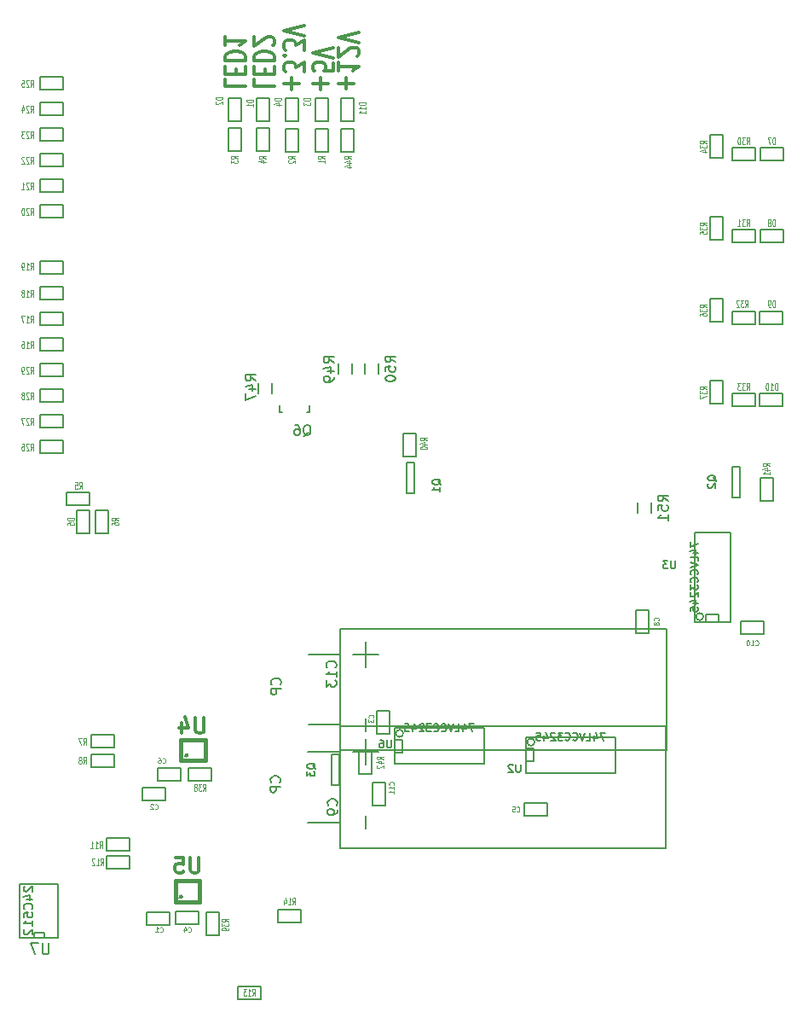
<source format=gbo>
G04 #@! TF.FileFunction,Legend,Bot*
%FSLAX46Y46*%
G04 Gerber Fmt 4.6, Leading zero omitted, Abs format (unit mm)*
G04 Created by KiCad (PCBNEW 4.0.6) date 01/03/18 21:04:18*
%MOMM*%
%LPD*%
G01*
G04 APERTURE LIST*
%ADD10C,0.150000*%
%ADD11C,0.304800*%
%ADD12C,0.381000*%
%ADD13C,0.127000*%
%ADD14C,0.152400*%
%ADD15C,0.114300*%
%ADD16C,0.190500*%
G04 APERTURE END LIST*
D10*
D11*
X60040762Y-61268429D02*
X60040762Y-61994143D01*
X62072762Y-61994143D01*
X61105143Y-60760429D02*
X61105143Y-60252429D01*
X60040762Y-60034715D02*
X60040762Y-60760429D01*
X62072762Y-60760429D01*
X62072762Y-60034715D01*
X60040762Y-59381572D02*
X62072762Y-59381572D01*
X62072762Y-59018715D01*
X61976000Y-58801000D01*
X61782476Y-58655858D01*
X61588952Y-58583286D01*
X61201905Y-58510715D01*
X60911619Y-58510715D01*
X60524571Y-58583286D01*
X60331048Y-58655858D01*
X60137524Y-58801000D01*
X60040762Y-59018715D01*
X60040762Y-59381572D01*
X60040762Y-57059286D02*
X60040762Y-57930143D01*
X60040762Y-57494715D02*
X62072762Y-57494715D01*
X61782476Y-57639858D01*
X61588952Y-57785000D01*
X61492190Y-57930143D01*
X62898262Y-61268429D02*
X62898262Y-61994143D01*
X64930262Y-61994143D01*
X63962643Y-60760429D02*
X63962643Y-60252429D01*
X62898262Y-60034715D02*
X62898262Y-60760429D01*
X64930262Y-60760429D01*
X64930262Y-60034715D01*
X62898262Y-59381572D02*
X64930262Y-59381572D01*
X64930262Y-59018715D01*
X64833500Y-58801000D01*
X64639976Y-58655858D01*
X64446452Y-58583286D01*
X64059405Y-58510715D01*
X63769119Y-58510715D01*
X63382071Y-58583286D01*
X63188548Y-58655858D01*
X62995024Y-58801000D01*
X62898262Y-59018715D01*
X62898262Y-59381572D01*
X64736738Y-57930143D02*
X64833500Y-57857572D01*
X64930262Y-57712429D01*
X64930262Y-57349572D01*
X64833500Y-57204429D01*
X64736738Y-57131858D01*
X64543214Y-57059286D01*
X64349690Y-57059286D01*
X64059405Y-57131858D01*
X62898262Y-58002715D01*
X62898262Y-57059286D01*
X66593357Y-62293500D02*
X66593357Y-61132357D01*
X65819262Y-61712928D02*
X67367452Y-61712928D01*
X67851262Y-60551786D02*
X67851262Y-59608357D01*
X67077167Y-60116357D01*
X67077167Y-59898643D01*
X66980405Y-59753500D01*
X66883643Y-59680929D01*
X66690119Y-59608357D01*
X66206310Y-59608357D01*
X66012786Y-59680929D01*
X65916024Y-59753500D01*
X65819262Y-59898643D01*
X65819262Y-60334071D01*
X65916024Y-60479214D01*
X66012786Y-60551786D01*
X66012786Y-58955214D02*
X65916024Y-58882642D01*
X65819262Y-58955214D01*
X65916024Y-59027785D01*
X66012786Y-58955214D01*
X65819262Y-58955214D01*
X67851262Y-58374643D02*
X67851262Y-57431214D01*
X67077167Y-57939214D01*
X67077167Y-57721500D01*
X66980405Y-57576357D01*
X66883643Y-57503786D01*
X66690119Y-57431214D01*
X66206310Y-57431214D01*
X66012786Y-57503786D01*
X65916024Y-57576357D01*
X65819262Y-57721500D01*
X65819262Y-58156928D01*
X65916024Y-58302071D01*
X66012786Y-58374643D01*
X67851262Y-56995785D02*
X65819262Y-56487785D01*
X67851262Y-55979785D01*
X69514357Y-62284429D02*
X69514357Y-61123286D01*
X68740262Y-61703857D02*
X70288452Y-61703857D01*
X70772262Y-59671858D02*
X70772262Y-60397572D01*
X69804643Y-60470143D01*
X69901405Y-60397572D01*
X69998167Y-60252429D01*
X69998167Y-59889572D01*
X69901405Y-59744429D01*
X69804643Y-59671858D01*
X69611119Y-59599286D01*
X69127310Y-59599286D01*
X68933786Y-59671858D01*
X68837024Y-59744429D01*
X68740262Y-59889572D01*
X68740262Y-60252429D01*
X68837024Y-60397572D01*
X68933786Y-60470143D01*
X70772262Y-59163857D02*
X68740262Y-58655857D01*
X70772262Y-58147857D01*
X72054357Y-62248143D02*
X72054357Y-61087000D01*
X71280262Y-61667571D02*
X72828452Y-61667571D01*
X71280262Y-59563000D02*
X71280262Y-60433857D01*
X71280262Y-59998429D02*
X73312262Y-59998429D01*
X73021976Y-60143572D01*
X72828452Y-60288714D01*
X72731690Y-60433857D01*
X73118738Y-58982428D02*
X73215500Y-58909857D01*
X73312262Y-58764714D01*
X73312262Y-58401857D01*
X73215500Y-58256714D01*
X73118738Y-58184143D01*
X72925214Y-58111571D01*
X72731690Y-58111571D01*
X72441405Y-58184143D01*
X71280262Y-59055000D01*
X71280262Y-58111571D01*
X73312262Y-57676142D02*
X71280262Y-57168142D01*
X73312262Y-56660142D01*
D10*
X100975800Y-103284400D02*
X100975800Y-104284400D01*
X102325800Y-104284400D02*
X102325800Y-103284400D01*
X73899400Y-89492200D02*
X73899400Y-90492200D01*
X75249400Y-90492200D02*
X75249400Y-89492200D01*
X71283200Y-89492200D02*
X71283200Y-90492200D01*
X72633200Y-90492200D02*
X72633200Y-89492200D01*
X63333000Y-91422600D02*
X63333000Y-92422600D01*
X64683000Y-92422600D02*
X64683000Y-91422600D01*
X68202760Y-94325440D02*
X68154500Y-94325440D01*
X65403780Y-93624400D02*
X65403780Y-94325440D01*
X65403780Y-94325440D02*
X65652700Y-94325440D01*
X68202760Y-94325440D02*
X68403420Y-94325440D01*
X68403420Y-94325440D02*
X68403420Y-93624400D01*
D12*
X55633620Y-142384780D02*
G75*
G03X55633620Y-142384780I-50800J0D01*
G01*
X55062120Y-140809980D02*
X57475120Y-140809980D01*
X57475120Y-140809980D02*
X57475120Y-142905480D01*
X57475120Y-142905480D02*
X55062120Y-142905480D01*
X55062120Y-142905480D02*
X55062120Y-140809980D01*
X56205120Y-128351280D02*
G75*
G03X56205120Y-128351280I-50800J0D01*
G01*
X55633620Y-126776480D02*
X58046620Y-126776480D01*
X58046620Y-126776480D02*
X58046620Y-128871980D01*
X58046620Y-128871980D02*
X55633620Y-128871980D01*
X55633620Y-128871980D02*
X55633620Y-126776480D01*
D13*
X59385200Y-146177000D02*
X59385200Y-143891000D01*
X59385200Y-143891000D02*
X58115200Y-143891000D01*
X58115200Y-143891000D02*
X58115200Y-146177000D01*
X58115200Y-146177000D02*
X59385200Y-146177000D01*
X110413800Y-99695000D02*
X110413800Y-102743000D01*
X110413800Y-102743000D02*
X111175800Y-102743000D01*
X111175800Y-102743000D02*
X111175800Y-99695000D01*
X111175800Y-99695000D02*
X110413800Y-99695000D01*
X78790800Y-102387400D02*
X78790800Y-99339400D01*
X78790800Y-99339400D02*
X78028800Y-99339400D01*
X78028800Y-99339400D02*
X78028800Y-102387400D01*
X78028800Y-102387400D02*
X78790800Y-102387400D01*
X70612000Y-128270000D02*
X70612000Y-131318000D01*
X70612000Y-131318000D02*
X71374000Y-131318000D01*
X71374000Y-131318000D02*
X71374000Y-128270000D01*
X71374000Y-128270000D02*
X70612000Y-128270000D01*
D10*
X74015600Y-124688600D02*
X74015600Y-125958600D01*
X74015600Y-117068600D02*
X74015600Y-119608600D01*
X72745600Y-118338600D02*
X75285600Y-118338600D01*
X68300600Y-118338600D02*
X71475600Y-118338600D01*
X68300600Y-125323600D02*
X71475600Y-125323600D01*
X71475600Y-127863600D02*
X103860600Y-127863600D01*
X103860600Y-127863600D02*
X103860600Y-115798600D01*
X71475600Y-115798600D02*
X103860600Y-115798600D01*
X71475600Y-115798600D02*
X71475600Y-127863600D01*
D13*
X72771000Y-65405000D02*
X72771000Y-63119000D01*
X72771000Y-63119000D02*
X71501000Y-63119000D01*
X71501000Y-63119000D02*
X71501000Y-65405000D01*
X71501000Y-65405000D02*
X72771000Y-65405000D01*
X72771000Y-68453000D02*
X72771000Y-66167000D01*
X72771000Y-66167000D02*
X71501000Y-66167000D01*
X71501000Y-66167000D02*
X71501000Y-68453000D01*
X71501000Y-68453000D02*
X72771000Y-68453000D01*
X39751000Y-146431000D02*
X39624000Y-146431000D01*
X39624000Y-146431000D02*
X39624000Y-141097000D01*
X43434000Y-141097000D02*
X43434000Y-146431000D01*
X43434000Y-146431000D02*
X39751000Y-146431000D01*
X42037000Y-146431000D02*
X42037000Y-145923000D01*
X42037000Y-145923000D02*
X41021000Y-145923000D01*
X41021000Y-145923000D02*
X41021000Y-146431000D01*
X43434000Y-141097000D02*
X39624000Y-141097000D01*
X56362600Y-130886200D02*
X58648600Y-130886200D01*
X58648600Y-130886200D02*
X58648600Y-129616200D01*
X58648600Y-129616200D02*
X56362600Y-129616200D01*
X56362600Y-129616200D02*
X56362600Y-130886200D01*
X73279000Y-127889000D02*
X73279000Y-130175000D01*
X73279000Y-130175000D02*
X74549000Y-130175000D01*
X74549000Y-130175000D02*
X74549000Y-127889000D01*
X74549000Y-127889000D02*
X73279000Y-127889000D01*
X114477800Y-103124000D02*
X114477800Y-100838000D01*
X114477800Y-100838000D02*
X113207800Y-100838000D01*
X113207800Y-100838000D02*
X113207800Y-103124000D01*
X113207800Y-103124000D02*
X114477800Y-103124000D01*
X77673200Y-96418400D02*
X77673200Y-98704400D01*
X77673200Y-98704400D02*
X78943200Y-98704400D01*
X78943200Y-98704400D02*
X78943200Y-96418400D01*
X78943200Y-96418400D02*
X77673200Y-96418400D01*
X115392200Y-92456000D02*
X113106200Y-92456000D01*
X113106200Y-92456000D02*
X113106200Y-93726000D01*
X113106200Y-93726000D02*
X115392200Y-93726000D01*
X115392200Y-93726000D02*
X115392200Y-92456000D01*
X115417600Y-84328000D02*
X113131600Y-84328000D01*
X113131600Y-84328000D02*
X113131600Y-85598000D01*
X113131600Y-85598000D02*
X115417600Y-85598000D01*
X115417600Y-85598000D02*
X115417600Y-84328000D01*
X115443000Y-76200000D02*
X113157000Y-76200000D01*
X113157000Y-76200000D02*
X113157000Y-77470000D01*
X113157000Y-77470000D02*
X115443000Y-77470000D01*
X115443000Y-77470000D02*
X115443000Y-76200000D01*
X115468400Y-68072000D02*
X113182400Y-68072000D01*
X113182400Y-68072000D02*
X113182400Y-69342000D01*
X113182400Y-69342000D02*
X115468400Y-69342000D01*
X115468400Y-69342000D02*
X115468400Y-68072000D01*
X109499400Y-93472000D02*
X109499400Y-91186000D01*
X109499400Y-91186000D02*
X108229400Y-91186000D01*
X108229400Y-91186000D02*
X108229400Y-93472000D01*
X108229400Y-93472000D02*
X109499400Y-93472000D01*
X109499400Y-85344000D02*
X109499400Y-83058000D01*
X109499400Y-83058000D02*
X108229400Y-83058000D01*
X108229400Y-83058000D02*
X108229400Y-85344000D01*
X108229400Y-85344000D02*
X109499400Y-85344000D01*
X109474000Y-77216000D02*
X109474000Y-74930000D01*
X109474000Y-74930000D02*
X108204000Y-74930000D01*
X108204000Y-74930000D02*
X108204000Y-77216000D01*
X108204000Y-77216000D02*
X109474000Y-77216000D01*
X109474000Y-69088000D02*
X109474000Y-66802000D01*
X109474000Y-66802000D02*
X108204000Y-66802000D01*
X108204000Y-66802000D02*
X108204000Y-69088000D01*
X108204000Y-69088000D02*
X109474000Y-69088000D01*
X112649000Y-92456000D02*
X110363000Y-92456000D01*
X110363000Y-92456000D02*
X110363000Y-93726000D01*
X110363000Y-93726000D02*
X112649000Y-93726000D01*
X112649000Y-93726000D02*
X112649000Y-92456000D01*
X112649000Y-84328000D02*
X110363000Y-84328000D01*
X110363000Y-84328000D02*
X110363000Y-85598000D01*
X110363000Y-85598000D02*
X112649000Y-85598000D01*
X112649000Y-85598000D02*
X112649000Y-84328000D01*
X112674400Y-76200000D02*
X110388400Y-76200000D01*
X110388400Y-76200000D02*
X110388400Y-77470000D01*
X110388400Y-77470000D02*
X112674400Y-77470000D01*
X112674400Y-77470000D02*
X112674400Y-76200000D01*
X112699800Y-68072000D02*
X110413800Y-68072000D01*
X110413800Y-68072000D02*
X110413800Y-69342000D01*
X110413800Y-69342000D02*
X112699800Y-69342000D01*
X112699800Y-69342000D02*
X112699800Y-68072000D01*
D14*
X89885520Y-130078480D02*
X98775520Y-130078480D01*
X98775520Y-130078480D02*
X98775520Y-126522480D01*
X98775520Y-126522480D02*
X89885520Y-126522480D01*
X89885520Y-126522480D02*
X89885520Y-130078480D01*
D13*
X90752730Y-127030480D02*
G75*
G03X90752730Y-127030480I-359210J0D01*
G01*
X89885520Y-128935480D02*
X90647520Y-128935480D01*
X90647520Y-128935480D02*
X90647520Y-127665480D01*
X90647520Y-127665480D02*
X89885520Y-127665480D01*
D14*
X110205520Y-115092480D02*
X110205520Y-106202480D01*
X110205520Y-106202480D02*
X106649520Y-106202480D01*
X106649520Y-106202480D02*
X106649520Y-115092480D01*
X106649520Y-115092480D02*
X110205520Y-115092480D01*
D13*
X107516730Y-114584480D02*
G75*
G03X107516730Y-114584480I-359210J0D01*
G01*
X109062520Y-115092480D02*
X109062520Y-114330480D01*
X109062520Y-114330480D02*
X107792520Y-114330480D01*
X107792520Y-114330480D02*
X107792520Y-115092480D01*
D14*
X76835000Y-129222500D02*
X85725000Y-129222500D01*
X85725000Y-129222500D02*
X85725000Y-125666500D01*
X85725000Y-125666500D02*
X76835000Y-125666500D01*
X76835000Y-125666500D02*
X76835000Y-129222500D01*
D13*
X77702210Y-126174500D02*
G75*
G03X77702210Y-126174500I-359210J0D01*
G01*
X76835000Y-128079500D02*
X77597000Y-128079500D01*
X77597000Y-128079500D02*
X77597000Y-126809500D01*
X77597000Y-126809500D02*
X76835000Y-126809500D01*
X41625520Y-72483980D02*
X43911520Y-72483980D01*
X43911520Y-72483980D02*
X43911520Y-71213980D01*
X43911520Y-71213980D02*
X41625520Y-71213980D01*
X41625520Y-71213980D02*
X41625520Y-72483980D01*
X64422020Y-68419980D02*
X64422020Y-66133980D01*
X64422020Y-66133980D02*
X63152020Y-66133980D01*
X63152020Y-66133980D02*
X63152020Y-68419980D01*
X63152020Y-68419980D02*
X64422020Y-68419980D01*
X41625520Y-90771980D02*
X43911520Y-90771980D01*
X43911520Y-90771980D02*
X43911520Y-89501980D01*
X43911520Y-89501980D02*
X41625520Y-89501980D01*
X41625520Y-89501980D02*
X41625520Y-90771980D01*
X41625520Y-93311980D02*
X43911520Y-93311980D01*
X43911520Y-93311980D02*
X43911520Y-92041980D01*
X43911520Y-92041980D02*
X41625520Y-92041980D01*
X41625520Y-92041980D02*
X41625520Y-93311980D01*
X41625520Y-95851980D02*
X43911520Y-95851980D01*
X43911520Y-95851980D02*
X43911520Y-94581980D01*
X43911520Y-94581980D02*
X41625520Y-94581980D01*
X41625520Y-94581980D02*
X41625520Y-95851980D01*
X41625520Y-98391980D02*
X43911520Y-98391980D01*
X43911520Y-98391980D02*
X43911520Y-97121980D01*
X43911520Y-97121980D02*
X41625520Y-97121980D01*
X41625520Y-97121980D02*
X41625520Y-98391980D01*
X41625520Y-62323980D02*
X43911520Y-62323980D01*
X43911520Y-62323980D02*
X43911520Y-61053980D01*
X43911520Y-61053980D02*
X41625520Y-61053980D01*
X41625520Y-61053980D02*
X41625520Y-62323980D01*
X41625520Y-64863980D02*
X43911520Y-64863980D01*
X43911520Y-64863980D02*
X43911520Y-63593980D01*
X43911520Y-63593980D02*
X41625520Y-63593980D01*
X41625520Y-63593980D02*
X41625520Y-64863980D01*
X41625520Y-67403980D02*
X43911520Y-67403980D01*
X43911520Y-67403980D02*
X43911520Y-66133980D01*
X43911520Y-66133980D02*
X41625520Y-66133980D01*
X41625520Y-66133980D02*
X41625520Y-67403980D01*
X41625520Y-69943980D02*
X43911520Y-69943980D01*
X43911520Y-69943980D02*
X43911520Y-68673980D01*
X43911520Y-68673980D02*
X41625520Y-68673980D01*
X41625520Y-68673980D02*
X41625520Y-69943980D01*
X44292520Y-103535480D02*
X46578520Y-103535480D01*
X46578520Y-103535480D02*
X46578520Y-102265480D01*
X46578520Y-102265480D02*
X44292520Y-102265480D01*
X44292520Y-102265480D02*
X44292520Y-103535480D01*
X41625520Y-75023980D02*
X43911520Y-75023980D01*
X43911520Y-75023980D02*
X43911520Y-73753980D01*
X43911520Y-73753980D02*
X41625520Y-73753980D01*
X41625520Y-73753980D02*
X41625520Y-75023980D01*
X41625520Y-80611980D02*
X43911520Y-80611980D01*
X43911520Y-80611980D02*
X43911520Y-79341980D01*
X43911520Y-79341980D02*
X41625520Y-79341980D01*
X41625520Y-79341980D02*
X41625520Y-80611980D01*
X41625520Y-83151980D02*
X43911520Y-83151980D01*
X43911520Y-83151980D02*
X43911520Y-81881980D01*
X43911520Y-81881980D02*
X41625520Y-81881980D01*
X41625520Y-81881980D02*
X41625520Y-83151980D01*
X41625520Y-85691980D02*
X43911520Y-85691980D01*
X43911520Y-85691980D02*
X43911520Y-84421980D01*
X43911520Y-84421980D02*
X41625520Y-84421980D01*
X41625520Y-84421980D02*
X41625520Y-85691980D01*
X41625520Y-88231980D02*
X43911520Y-88231980D01*
X43911520Y-88231980D02*
X43911520Y-86961980D01*
X43911520Y-86961980D02*
X41625520Y-86961980D01*
X41625520Y-86961980D02*
X41625520Y-88231980D01*
X61628020Y-68419980D02*
X61628020Y-66133980D01*
X61628020Y-66133980D02*
X60358020Y-66133980D01*
X60358020Y-66133980D02*
X60358020Y-68419980D01*
X60358020Y-68419980D02*
X61628020Y-68419980D01*
X48420020Y-106329480D02*
X48420020Y-104043480D01*
X48420020Y-104043480D02*
X47150020Y-104043480D01*
X47150020Y-104043480D02*
X47150020Y-106329480D01*
X47150020Y-106329480D02*
X48420020Y-106329480D01*
X63576200Y-151257000D02*
X61290200Y-151257000D01*
X61290200Y-151257000D02*
X61290200Y-152527000D01*
X61290200Y-152527000D02*
X63576200Y-152527000D01*
X63576200Y-152527000D02*
X63576200Y-151257000D01*
X67513200Y-143687800D02*
X65227200Y-143687800D01*
X65227200Y-143687800D02*
X65227200Y-144957800D01*
X65227200Y-144957800D02*
X67513200Y-144957800D01*
X67513200Y-144957800D02*
X67513200Y-143687800D01*
X48260000Y-137858500D02*
X50546000Y-137858500D01*
X50546000Y-137858500D02*
X50546000Y-136588500D01*
X50546000Y-136588500D02*
X48260000Y-136588500D01*
X48260000Y-136588500D02*
X48260000Y-137858500D01*
X48260000Y-139636500D02*
X50546000Y-139636500D01*
X50546000Y-139636500D02*
X50546000Y-138366500D01*
X50546000Y-138366500D02*
X48260000Y-138366500D01*
X48260000Y-138366500D02*
X48260000Y-139636500D01*
X70231000Y-68453000D02*
X70231000Y-66167000D01*
X70231000Y-66167000D02*
X68961000Y-66167000D01*
X68961000Y-66167000D02*
X68961000Y-68453000D01*
X68961000Y-68453000D02*
X70231000Y-68453000D01*
X67310000Y-68453000D02*
X67310000Y-66167000D01*
X67310000Y-66167000D02*
X66040000Y-66167000D01*
X66040000Y-66167000D02*
X66040000Y-68453000D01*
X66040000Y-68453000D02*
X67310000Y-68453000D01*
X46705520Y-129506980D02*
X48991520Y-129506980D01*
X48991520Y-129506980D02*
X48991520Y-128236980D01*
X48991520Y-128236980D02*
X46705520Y-128236980D01*
X46705520Y-128236980D02*
X46705520Y-129506980D01*
X46705520Y-127601980D02*
X48991520Y-127601980D01*
X48991520Y-127601980D02*
X48991520Y-126331980D01*
X48991520Y-126331980D02*
X46705520Y-126331980D01*
X46705520Y-126331980D02*
X46705520Y-127601980D01*
X55575200Y-129616200D02*
X53289200Y-129616200D01*
X53289200Y-129616200D02*
X53289200Y-130886200D01*
X53289200Y-130886200D02*
X55575200Y-130886200D01*
X55575200Y-130886200D02*
X55575200Y-129616200D01*
X75120500Y-123952000D02*
X75120500Y-126238000D01*
X75120500Y-126238000D02*
X76390500Y-126238000D01*
X76390500Y-126238000D02*
X76390500Y-123952000D01*
X76390500Y-123952000D02*
X75120500Y-123952000D01*
X89712800Y-134315200D02*
X91998800Y-134315200D01*
X91998800Y-134315200D02*
X91998800Y-133045200D01*
X91998800Y-133045200D02*
X89712800Y-133045200D01*
X89712800Y-133045200D02*
X89712800Y-134315200D01*
X57373520Y-143857980D02*
X55087520Y-143857980D01*
X55087520Y-143857980D02*
X55087520Y-145127980D01*
X55087520Y-145127980D02*
X57373520Y-145127980D01*
X57373520Y-145127980D02*
X57373520Y-143857980D01*
X51785520Y-132808980D02*
X54071520Y-132808980D01*
X54071520Y-132808980D02*
X54071520Y-131538980D01*
X54071520Y-131538980D02*
X51785520Y-131538980D01*
X51785520Y-131538980D02*
X51785520Y-132808980D01*
X52197000Y-145161000D02*
X54483000Y-145161000D01*
X54483000Y-145161000D02*
X54483000Y-143891000D01*
X54483000Y-143891000D02*
X52197000Y-143891000D01*
X52197000Y-143891000D02*
X52197000Y-145161000D01*
X45308520Y-104043480D02*
X45308520Y-106329480D01*
X45308520Y-106329480D02*
X46578520Y-106329480D01*
X46578520Y-106329480D02*
X46578520Y-104043480D01*
X46578520Y-104043480D02*
X45308520Y-104043480D01*
X67310000Y-65405000D02*
X67310000Y-63119000D01*
X67310000Y-63119000D02*
X66040000Y-63119000D01*
X66040000Y-63119000D02*
X66040000Y-65405000D01*
X66040000Y-65405000D02*
X67310000Y-65405000D01*
X70231000Y-65405000D02*
X70231000Y-63119000D01*
X70231000Y-63119000D02*
X68961000Y-63119000D01*
X68961000Y-63119000D02*
X68961000Y-65405000D01*
X68961000Y-65405000D02*
X70231000Y-65405000D01*
X61628020Y-65435480D02*
X61628020Y-63149480D01*
X61628020Y-63149480D02*
X60358020Y-63149480D01*
X60358020Y-63149480D02*
X60358020Y-65435480D01*
X60358020Y-65435480D02*
X61628020Y-65435480D01*
X64422020Y-65435480D02*
X64422020Y-63149480D01*
X64422020Y-63149480D02*
X63152020Y-63149480D01*
X63152020Y-63149480D02*
X63152020Y-65435480D01*
X63152020Y-65435480D02*
X64422020Y-65435480D01*
X102077520Y-116235480D02*
X102077520Y-113949480D01*
X102077520Y-113949480D02*
X100807520Y-113949480D01*
X100807520Y-113949480D02*
X100807520Y-116235480D01*
X100807520Y-116235480D02*
X102077520Y-116235480D01*
X111252000Y-116357400D02*
X113538000Y-116357400D01*
X113538000Y-116357400D02*
X113538000Y-115087400D01*
X113538000Y-115087400D02*
X111252000Y-115087400D01*
X111252000Y-115087400D02*
X111252000Y-116357400D01*
X75946000Y-133350000D02*
X75946000Y-131064000D01*
X75946000Y-131064000D02*
X74676000Y-131064000D01*
X74676000Y-131064000D02*
X74676000Y-133350000D01*
X74676000Y-133350000D02*
X75946000Y-133350000D01*
D10*
X73964800Y-134391400D02*
X73964800Y-135661400D01*
X73964800Y-126771400D02*
X73964800Y-129311400D01*
X72694800Y-128041400D02*
X75234800Y-128041400D01*
X68249800Y-128041400D02*
X71424800Y-128041400D01*
X68249800Y-135026400D02*
X71424800Y-135026400D01*
X71424800Y-137566400D02*
X103809800Y-137566400D01*
X103809800Y-137566400D02*
X103809800Y-125501400D01*
X71424800Y-125501400D02*
X103809800Y-125501400D01*
X71424800Y-125501400D02*
X71424800Y-137566400D01*
X104003181Y-103141543D02*
X103526990Y-102808209D01*
X104003181Y-102570114D02*
X103003181Y-102570114D01*
X103003181Y-102951067D01*
X103050800Y-103046305D01*
X103098419Y-103093924D01*
X103193657Y-103141543D01*
X103336514Y-103141543D01*
X103431752Y-103093924D01*
X103479371Y-103046305D01*
X103526990Y-102951067D01*
X103526990Y-102570114D01*
X103003181Y-104046305D02*
X103003181Y-103570114D01*
X103479371Y-103522495D01*
X103431752Y-103570114D01*
X103384133Y-103665352D01*
X103384133Y-103903448D01*
X103431752Y-103998686D01*
X103479371Y-104046305D01*
X103574610Y-104093924D01*
X103812705Y-104093924D01*
X103907943Y-104046305D01*
X103955562Y-103998686D01*
X104003181Y-103903448D01*
X104003181Y-103665352D01*
X103955562Y-103570114D01*
X103907943Y-103522495D01*
X104003181Y-105046305D02*
X104003181Y-104474876D01*
X104003181Y-104760590D02*
X103003181Y-104760590D01*
X103146038Y-104665352D01*
X103241276Y-104570114D01*
X103288895Y-104474876D01*
X76926781Y-89349343D02*
X76450590Y-89016009D01*
X76926781Y-88777914D02*
X75926781Y-88777914D01*
X75926781Y-89158867D01*
X75974400Y-89254105D01*
X76022019Y-89301724D01*
X76117257Y-89349343D01*
X76260114Y-89349343D01*
X76355352Y-89301724D01*
X76402971Y-89254105D01*
X76450590Y-89158867D01*
X76450590Y-88777914D01*
X75926781Y-90254105D02*
X75926781Y-89777914D01*
X76402971Y-89730295D01*
X76355352Y-89777914D01*
X76307733Y-89873152D01*
X76307733Y-90111248D01*
X76355352Y-90206486D01*
X76402971Y-90254105D01*
X76498210Y-90301724D01*
X76736305Y-90301724D01*
X76831543Y-90254105D01*
X76879162Y-90206486D01*
X76926781Y-90111248D01*
X76926781Y-89873152D01*
X76879162Y-89777914D01*
X76831543Y-89730295D01*
X75926781Y-90920771D02*
X75926781Y-91016010D01*
X75974400Y-91111248D01*
X76022019Y-91158867D01*
X76117257Y-91206486D01*
X76307733Y-91254105D01*
X76545829Y-91254105D01*
X76736305Y-91206486D01*
X76831543Y-91158867D01*
X76879162Y-91111248D01*
X76926781Y-91016010D01*
X76926781Y-90920771D01*
X76879162Y-90825533D01*
X76831543Y-90777914D01*
X76736305Y-90730295D01*
X76545829Y-90682676D01*
X76307733Y-90682676D01*
X76117257Y-90730295D01*
X76022019Y-90777914D01*
X75974400Y-90825533D01*
X75926781Y-90920771D01*
X70810381Y-89400143D02*
X70334190Y-89066809D01*
X70810381Y-88828714D02*
X69810381Y-88828714D01*
X69810381Y-89209667D01*
X69858000Y-89304905D01*
X69905619Y-89352524D01*
X70000857Y-89400143D01*
X70143714Y-89400143D01*
X70238952Y-89352524D01*
X70286571Y-89304905D01*
X70334190Y-89209667D01*
X70334190Y-88828714D01*
X70143714Y-90257286D02*
X70810381Y-90257286D01*
X69762762Y-90019190D02*
X70477048Y-89781095D01*
X70477048Y-90400143D01*
X70810381Y-90828714D02*
X70810381Y-91019190D01*
X70762762Y-91114429D01*
X70715143Y-91162048D01*
X70572286Y-91257286D01*
X70381810Y-91304905D01*
X70000857Y-91304905D01*
X69905619Y-91257286D01*
X69858000Y-91209667D01*
X69810381Y-91114429D01*
X69810381Y-90923952D01*
X69858000Y-90828714D01*
X69905619Y-90781095D01*
X70000857Y-90733476D01*
X70238952Y-90733476D01*
X70334190Y-90781095D01*
X70381810Y-90828714D01*
X70429429Y-90923952D01*
X70429429Y-91114429D01*
X70381810Y-91209667D01*
X70334190Y-91257286D01*
X70238952Y-91304905D01*
X63063381Y-91178143D02*
X62587190Y-90844809D01*
X63063381Y-90606714D02*
X62063381Y-90606714D01*
X62063381Y-90987667D01*
X62111000Y-91082905D01*
X62158619Y-91130524D01*
X62253857Y-91178143D01*
X62396714Y-91178143D01*
X62491952Y-91130524D01*
X62539571Y-91082905D01*
X62587190Y-90987667D01*
X62587190Y-90606714D01*
X62396714Y-92035286D02*
X63063381Y-92035286D01*
X62015762Y-91797190D02*
X62730048Y-91559095D01*
X62730048Y-92178143D01*
X62063381Y-92463857D02*
X62063381Y-93130524D01*
X63063381Y-92701952D01*
X67786238Y-96686619D02*
X67881476Y-96639000D01*
X67976714Y-96543762D01*
X68119571Y-96400905D01*
X68214810Y-96353286D01*
X68310048Y-96353286D01*
X68262429Y-96591381D02*
X68357667Y-96543762D01*
X68452905Y-96448524D01*
X68500524Y-96258048D01*
X68500524Y-95924714D01*
X68452905Y-95734238D01*
X68357667Y-95639000D01*
X68262429Y-95591381D01*
X68071952Y-95591381D01*
X67976714Y-95639000D01*
X67881476Y-95734238D01*
X67833857Y-95924714D01*
X67833857Y-96258048D01*
X67881476Y-96448524D01*
X67976714Y-96543762D01*
X68071952Y-96591381D01*
X68262429Y-96591381D01*
X66976714Y-95591381D02*
X67167191Y-95591381D01*
X67262429Y-95639000D01*
X67310048Y-95686619D01*
X67405286Y-95829476D01*
X67452905Y-96019952D01*
X67452905Y-96400905D01*
X67405286Y-96496143D01*
X67357667Y-96543762D01*
X67262429Y-96591381D01*
X67071952Y-96591381D01*
X66976714Y-96543762D01*
X66929095Y-96496143D01*
X66881476Y-96400905D01*
X66881476Y-96162810D01*
X66929095Y-96067571D01*
X66976714Y-96019952D01*
X67071952Y-95972333D01*
X67262429Y-95972333D01*
X67357667Y-96019952D01*
X67405286Y-96067571D01*
X67452905Y-96162810D01*
D11*
X57422143Y-138484429D02*
X57422143Y-139718143D01*
X57349571Y-139863286D01*
X57277000Y-139935857D01*
X57131857Y-140008429D01*
X56841571Y-140008429D01*
X56696429Y-139935857D01*
X56623857Y-139863286D01*
X56551286Y-139718143D01*
X56551286Y-138484429D01*
X55099858Y-138484429D02*
X55825572Y-138484429D01*
X55898143Y-139210143D01*
X55825572Y-139137571D01*
X55680429Y-139065000D01*
X55317572Y-139065000D01*
X55172429Y-139137571D01*
X55099858Y-139210143D01*
X55027286Y-139355286D01*
X55027286Y-139718143D01*
X55099858Y-139863286D01*
X55172429Y-139935857D01*
X55317572Y-140008429D01*
X55680429Y-140008429D01*
X55825572Y-139935857D01*
X55898143Y-139863286D01*
X57930143Y-124641429D02*
X57930143Y-125875143D01*
X57857571Y-126020286D01*
X57785000Y-126092857D01*
X57639857Y-126165429D01*
X57349571Y-126165429D01*
X57204429Y-126092857D01*
X57131857Y-126020286D01*
X57059286Y-125875143D01*
X57059286Y-124641429D01*
X55680429Y-125149429D02*
X55680429Y-126165429D01*
X56043286Y-124568857D02*
X56406143Y-125657429D01*
X55462715Y-125657429D01*
D15*
X60392733Y-144867085D02*
X60054067Y-144714685D01*
X60392733Y-144605828D02*
X59681533Y-144605828D01*
X59681533Y-144780000D01*
X59715400Y-144823542D01*
X59749267Y-144845314D01*
X59817000Y-144867085D01*
X59918600Y-144867085D01*
X59986333Y-144845314D01*
X60020200Y-144823542D01*
X60054067Y-144780000D01*
X60054067Y-144605828D01*
X59681533Y-145019485D02*
X59681533Y-145302514D01*
X59952467Y-145150114D01*
X59952467Y-145215428D01*
X59986333Y-145258971D01*
X60020200Y-145280742D01*
X60087933Y-145302514D01*
X60257267Y-145302514D01*
X60325000Y-145280742D01*
X60358867Y-145258971D01*
X60392733Y-145215428D01*
X60392733Y-145084800D01*
X60358867Y-145041257D01*
X60325000Y-145019485D01*
X60392733Y-145520229D02*
X60392733Y-145607314D01*
X60358867Y-145650857D01*
X60325000Y-145672629D01*
X60223400Y-145716171D01*
X60087933Y-145737943D01*
X59817000Y-145737943D01*
X59749267Y-145716171D01*
X59715400Y-145694400D01*
X59681533Y-145650857D01*
X59681533Y-145563771D01*
X59715400Y-145520229D01*
X59749267Y-145498457D01*
X59817000Y-145476686D01*
X59986333Y-145476686D01*
X60054067Y-145498457D01*
X60087933Y-145520229D01*
X60121800Y-145563771D01*
X60121800Y-145650857D01*
X60087933Y-145694400D01*
X60054067Y-145716171D01*
X59986333Y-145737943D01*
D16*
X108799086Y-101146429D02*
X108762800Y-101073857D01*
X108690229Y-101001286D01*
X108581371Y-100892429D01*
X108545086Y-100819857D01*
X108545086Y-100747286D01*
X108726514Y-100783571D02*
X108690229Y-100711000D01*
X108617657Y-100638429D01*
X108472514Y-100602143D01*
X108218514Y-100602143D01*
X108073371Y-100638429D01*
X108000800Y-100711000D01*
X107964514Y-100783571D01*
X107964514Y-100928714D01*
X108000800Y-101001286D01*
X108073371Y-101073857D01*
X108218514Y-101110143D01*
X108472514Y-101110143D01*
X108617657Y-101073857D01*
X108690229Y-101001286D01*
X108726514Y-100928714D01*
X108726514Y-100783571D01*
X108037086Y-101400429D02*
X108000800Y-101436715D01*
X107964514Y-101509286D01*
X107964514Y-101690715D01*
X108000800Y-101763286D01*
X108037086Y-101799572D01*
X108109657Y-101835857D01*
X108182229Y-101835857D01*
X108291086Y-101799572D01*
X108726514Y-101364143D01*
X108726514Y-101835857D01*
X81443286Y-101527429D02*
X81407000Y-101454857D01*
X81334429Y-101382286D01*
X81225571Y-101273429D01*
X81189286Y-101200857D01*
X81189286Y-101128286D01*
X81370714Y-101164571D02*
X81334429Y-101092000D01*
X81261857Y-101019429D01*
X81116714Y-100983143D01*
X80862714Y-100983143D01*
X80717571Y-101019429D01*
X80645000Y-101092000D01*
X80608714Y-101164571D01*
X80608714Y-101309714D01*
X80645000Y-101382286D01*
X80717571Y-101454857D01*
X80862714Y-101491143D01*
X81116714Y-101491143D01*
X81261857Y-101454857D01*
X81334429Y-101382286D01*
X81370714Y-101309714D01*
X81370714Y-101164571D01*
X81370714Y-102216857D02*
X81370714Y-101781429D01*
X81370714Y-101999143D02*
X80608714Y-101999143D01*
X80717571Y-101926572D01*
X80790143Y-101854000D01*
X80826429Y-101781429D01*
X68997286Y-129721429D02*
X68961000Y-129648857D01*
X68888429Y-129576286D01*
X68779571Y-129467429D01*
X68743286Y-129394857D01*
X68743286Y-129322286D01*
X68924714Y-129358571D02*
X68888429Y-129286000D01*
X68815857Y-129213429D01*
X68670714Y-129177143D01*
X68416714Y-129177143D01*
X68271571Y-129213429D01*
X68199000Y-129286000D01*
X68162714Y-129358571D01*
X68162714Y-129503714D01*
X68199000Y-129576286D01*
X68271571Y-129648857D01*
X68416714Y-129685143D01*
X68670714Y-129685143D01*
X68815857Y-129648857D01*
X68888429Y-129576286D01*
X68924714Y-129503714D01*
X68924714Y-129358571D01*
X68162714Y-129939143D02*
X68162714Y-130410857D01*
X68453000Y-130156857D01*
X68453000Y-130265715D01*
X68489286Y-130338286D01*
X68525571Y-130374572D01*
X68598143Y-130410857D01*
X68779571Y-130410857D01*
X68852143Y-130374572D01*
X68888429Y-130338286D01*
X68924714Y-130265715D01*
X68924714Y-130048000D01*
X68888429Y-129975429D01*
X68852143Y-129939143D01*
D10*
X70969143Y-119626143D02*
X71016762Y-119578524D01*
X71064381Y-119435667D01*
X71064381Y-119340429D01*
X71016762Y-119197571D01*
X70921524Y-119102333D01*
X70826286Y-119054714D01*
X70635810Y-119007095D01*
X70492952Y-119007095D01*
X70302476Y-119054714D01*
X70207238Y-119102333D01*
X70112000Y-119197571D01*
X70064381Y-119340429D01*
X70064381Y-119435667D01*
X70112000Y-119578524D01*
X70159619Y-119626143D01*
X71064381Y-120578524D02*
X71064381Y-120007095D01*
X71064381Y-120292809D02*
X70064381Y-120292809D01*
X70207238Y-120197571D01*
X70302476Y-120102333D01*
X70350095Y-120007095D01*
X70064381Y-120911857D02*
X70064381Y-121530905D01*
X70445333Y-121197571D01*
X70445333Y-121340429D01*
X70492952Y-121435667D01*
X70540571Y-121483286D01*
X70635810Y-121530905D01*
X70873905Y-121530905D01*
X70969143Y-121483286D01*
X71016762Y-121435667D01*
X71064381Y-121340429D01*
X71064381Y-121054714D01*
X71016762Y-120959476D01*
X70969143Y-120911857D01*
X65482743Y-121323124D02*
X65530362Y-121275505D01*
X65577981Y-121132648D01*
X65577981Y-121037410D01*
X65530362Y-120894552D01*
X65435124Y-120799314D01*
X65339886Y-120751695D01*
X65149410Y-120704076D01*
X65006552Y-120704076D01*
X64816076Y-120751695D01*
X64720838Y-120799314D01*
X64625600Y-120894552D01*
X64577981Y-121037410D01*
X64577981Y-121132648D01*
X64625600Y-121275505D01*
X64673219Y-121323124D01*
X65577981Y-121751695D02*
X64577981Y-121751695D01*
X64577981Y-122132648D01*
X64625600Y-122227886D01*
X64673219Y-122275505D01*
X64768457Y-122323124D01*
X64911314Y-122323124D01*
X65006552Y-122275505D01*
X65054171Y-122227886D01*
X65101790Y-122132648D01*
X65101790Y-121751695D01*
D15*
X73981733Y-63579828D02*
X73270533Y-63579828D01*
X73270533Y-63688685D01*
X73304400Y-63754000D01*
X73372133Y-63797542D01*
X73439867Y-63819314D01*
X73575333Y-63841085D01*
X73676933Y-63841085D01*
X73812400Y-63819314D01*
X73880133Y-63797542D01*
X73947867Y-63754000D01*
X73981733Y-63688685D01*
X73981733Y-63579828D01*
X73981733Y-64276514D02*
X73981733Y-64015257D01*
X73981733Y-64145885D02*
X73270533Y-64145885D01*
X73372133Y-64102342D01*
X73439867Y-64058800D01*
X73473733Y-64015257D01*
X73981733Y-64711943D02*
X73981733Y-64450686D01*
X73981733Y-64581314D02*
X73270533Y-64581314D01*
X73372133Y-64537771D01*
X73439867Y-64494229D01*
X73473733Y-64450686D01*
D13*
D15*
X72584733Y-69175085D02*
X72246067Y-69022685D01*
X72584733Y-68913828D02*
X71873533Y-68913828D01*
X71873533Y-69088000D01*
X71907400Y-69131542D01*
X71941267Y-69153314D01*
X72009000Y-69175085D01*
X72110600Y-69175085D01*
X72178333Y-69153314D01*
X72212200Y-69131542D01*
X72246067Y-69088000D01*
X72246067Y-68913828D01*
X72110600Y-69566971D02*
X72584733Y-69566971D01*
X71839667Y-69458114D02*
X72347667Y-69349257D01*
X72347667Y-69632285D01*
X72110600Y-70002400D02*
X72584733Y-70002400D01*
X71839667Y-69893543D02*
X72347667Y-69784686D01*
X72347667Y-70067714D01*
D14*
X42526857Y-146948071D02*
X42526857Y-147873357D01*
X42472429Y-147982214D01*
X42418000Y-148036643D01*
X42309143Y-148091071D01*
X42091429Y-148091071D01*
X41982571Y-148036643D01*
X41928143Y-147982214D01*
X41873714Y-147873357D01*
X41873714Y-146948071D01*
X41438285Y-146948071D02*
X40676285Y-146948071D01*
X41166142Y-148091071D01*
X40110833Y-141372166D02*
X40068500Y-141414500D01*
X40026167Y-141499166D01*
X40026167Y-141710833D01*
X40068500Y-141795500D01*
X40110833Y-141837833D01*
X40195500Y-141880166D01*
X40280167Y-141880166D01*
X40407167Y-141837833D01*
X40915167Y-141329833D01*
X40915167Y-141880166D01*
X40322500Y-142642167D02*
X40915167Y-142642167D01*
X39983833Y-142430500D02*
X40618833Y-142218833D01*
X40618833Y-142769167D01*
X40830500Y-143615834D02*
X40872833Y-143573500D01*
X40915167Y-143446500D01*
X40915167Y-143361834D01*
X40872833Y-143234834D01*
X40788167Y-143150167D01*
X40703500Y-143107834D01*
X40534167Y-143065500D01*
X40407167Y-143065500D01*
X40237833Y-143107834D01*
X40153167Y-143150167D01*
X40068500Y-143234834D01*
X40026167Y-143361834D01*
X40026167Y-143446500D01*
X40068500Y-143573500D01*
X40110833Y-143615834D01*
X40026167Y-144420167D02*
X40026167Y-143996834D01*
X40449500Y-143954500D01*
X40407167Y-143996834D01*
X40364833Y-144081500D01*
X40364833Y-144293167D01*
X40407167Y-144377834D01*
X40449500Y-144420167D01*
X40534167Y-144462500D01*
X40745833Y-144462500D01*
X40830500Y-144420167D01*
X40872833Y-144377834D01*
X40915167Y-144293167D01*
X40915167Y-144081500D01*
X40872833Y-143996834D01*
X40830500Y-143954500D01*
X40915167Y-145309167D02*
X40915167Y-144801167D01*
X40915167Y-145055167D02*
X40026167Y-145055167D01*
X40153167Y-144970501D01*
X40237833Y-144885834D01*
X40280167Y-144801167D01*
X40110833Y-145647834D02*
X40068500Y-145690168D01*
X40026167Y-145774834D01*
X40026167Y-145986501D01*
X40068500Y-146071168D01*
X40110833Y-146113501D01*
X40195500Y-146155834D01*
X40280167Y-146155834D01*
X40407167Y-146113501D01*
X40915167Y-145605501D01*
X40915167Y-146155834D01*
D15*
X57824915Y-131893733D02*
X57977315Y-131555067D01*
X58086172Y-131893733D02*
X58086172Y-131182533D01*
X57912000Y-131182533D01*
X57868458Y-131216400D01*
X57846686Y-131250267D01*
X57824915Y-131318000D01*
X57824915Y-131419600D01*
X57846686Y-131487333D01*
X57868458Y-131521200D01*
X57912000Y-131555067D01*
X58086172Y-131555067D01*
X57672515Y-131182533D02*
X57389486Y-131182533D01*
X57541886Y-131453467D01*
X57476572Y-131453467D01*
X57433029Y-131487333D01*
X57411258Y-131521200D01*
X57389486Y-131588933D01*
X57389486Y-131758267D01*
X57411258Y-131826000D01*
X57433029Y-131859867D01*
X57476572Y-131893733D01*
X57607200Y-131893733D01*
X57650743Y-131859867D01*
X57672515Y-131826000D01*
X57128229Y-131487333D02*
X57171771Y-131453467D01*
X57193543Y-131419600D01*
X57215314Y-131351867D01*
X57215314Y-131318000D01*
X57193543Y-131250267D01*
X57171771Y-131216400D01*
X57128229Y-131182533D01*
X57041143Y-131182533D01*
X56997600Y-131216400D01*
X56975829Y-131250267D01*
X56954057Y-131318000D01*
X56954057Y-131351867D01*
X56975829Y-131419600D01*
X56997600Y-131453467D01*
X57041143Y-131487333D01*
X57128229Y-131487333D01*
X57171771Y-131521200D01*
X57193543Y-131555067D01*
X57215314Y-131622800D01*
X57215314Y-131758267D01*
X57193543Y-131826000D01*
X57171771Y-131859867D01*
X57128229Y-131893733D01*
X57041143Y-131893733D01*
X56997600Y-131859867D01*
X56975829Y-131826000D01*
X56954057Y-131758267D01*
X56954057Y-131622800D01*
X56975829Y-131555067D01*
X56997600Y-131521200D01*
X57041143Y-131487333D01*
X75759733Y-128738085D02*
X75421067Y-128585685D01*
X75759733Y-128476828D02*
X75048533Y-128476828D01*
X75048533Y-128651000D01*
X75082400Y-128694542D01*
X75116267Y-128716314D01*
X75184000Y-128738085D01*
X75285600Y-128738085D01*
X75353333Y-128716314D01*
X75387200Y-128694542D01*
X75421067Y-128651000D01*
X75421067Y-128476828D01*
X75285600Y-129129971D02*
X75759733Y-129129971D01*
X75014667Y-129021114D02*
X75522667Y-128912257D01*
X75522667Y-129195285D01*
X75116267Y-129347686D02*
X75082400Y-129369457D01*
X75048533Y-129413000D01*
X75048533Y-129521857D01*
X75082400Y-129565400D01*
X75116267Y-129587171D01*
X75184000Y-129608943D01*
X75251733Y-129608943D01*
X75353333Y-129587171D01*
X75759733Y-129325914D01*
X75759733Y-129608943D01*
X114113733Y-99655085D02*
X113775067Y-99502685D01*
X114113733Y-99393828D02*
X113402533Y-99393828D01*
X113402533Y-99568000D01*
X113436400Y-99611542D01*
X113470267Y-99633314D01*
X113538000Y-99655085D01*
X113639600Y-99655085D01*
X113707333Y-99633314D01*
X113741200Y-99611542D01*
X113775067Y-99568000D01*
X113775067Y-99393828D01*
X113639600Y-100046971D02*
X114113733Y-100046971D01*
X113368667Y-99938114D02*
X113876667Y-99829257D01*
X113876667Y-100112285D01*
X114113733Y-100525943D02*
X114113733Y-100264686D01*
X114113733Y-100395314D02*
X113402533Y-100395314D01*
X113504133Y-100351771D01*
X113571867Y-100308229D01*
X113605733Y-100264686D01*
X80077733Y-97115085D02*
X79739067Y-96962685D01*
X80077733Y-96853828D02*
X79366533Y-96853828D01*
X79366533Y-97028000D01*
X79400400Y-97071542D01*
X79434267Y-97093314D01*
X79502000Y-97115085D01*
X79603600Y-97115085D01*
X79671333Y-97093314D01*
X79705200Y-97071542D01*
X79739067Y-97028000D01*
X79739067Y-96853828D01*
X79603600Y-97506971D02*
X80077733Y-97506971D01*
X79332667Y-97398114D02*
X79840667Y-97289257D01*
X79840667Y-97572285D01*
X79366533Y-97833543D02*
X79366533Y-97877086D01*
X79400400Y-97920629D01*
X79434267Y-97942400D01*
X79502000Y-97964171D01*
X79637467Y-97985943D01*
X79806800Y-97985943D01*
X79942267Y-97964171D01*
X80010000Y-97942400D01*
X80043867Y-97920629D01*
X80077733Y-97877086D01*
X80077733Y-97833543D01*
X80043867Y-97790000D01*
X80010000Y-97768229D01*
X79942267Y-97746457D01*
X79806800Y-97724686D01*
X79637467Y-97724686D01*
X79502000Y-97746457D01*
X79434267Y-97768229D01*
X79400400Y-97790000D01*
X79366533Y-97833543D01*
X114855172Y-92142733D02*
X114855172Y-91431533D01*
X114746315Y-91431533D01*
X114681000Y-91465400D01*
X114637458Y-91533133D01*
X114615686Y-91600867D01*
X114593915Y-91736333D01*
X114593915Y-91837933D01*
X114615686Y-91973400D01*
X114637458Y-92041133D01*
X114681000Y-92108867D01*
X114746315Y-92142733D01*
X114855172Y-92142733D01*
X114158486Y-92142733D02*
X114419743Y-92142733D01*
X114289115Y-92142733D02*
X114289115Y-91431533D01*
X114332658Y-91533133D01*
X114376200Y-91600867D01*
X114419743Y-91634733D01*
X113875457Y-91431533D02*
X113831914Y-91431533D01*
X113788371Y-91465400D01*
X113766600Y-91499267D01*
X113744829Y-91567000D01*
X113723057Y-91702467D01*
X113723057Y-91871800D01*
X113744829Y-92007267D01*
X113766600Y-92075000D01*
X113788371Y-92108867D01*
X113831914Y-92142733D01*
X113875457Y-92142733D01*
X113919000Y-92108867D01*
X113940771Y-92075000D01*
X113962543Y-92007267D01*
X113984314Y-91871800D01*
X113984314Y-91702467D01*
X113962543Y-91567000D01*
X113940771Y-91499267D01*
X113919000Y-91465400D01*
X113875457Y-91431533D01*
X114637457Y-83887733D02*
X114637457Y-83176533D01*
X114528600Y-83176533D01*
X114463285Y-83210400D01*
X114419743Y-83278133D01*
X114397971Y-83345867D01*
X114376200Y-83481333D01*
X114376200Y-83582933D01*
X114397971Y-83718400D01*
X114419743Y-83786133D01*
X114463285Y-83853867D01*
X114528600Y-83887733D01*
X114637457Y-83887733D01*
X114158485Y-83887733D02*
X114071400Y-83887733D01*
X114027857Y-83853867D01*
X114006085Y-83820000D01*
X113962543Y-83718400D01*
X113940771Y-83582933D01*
X113940771Y-83312000D01*
X113962543Y-83244267D01*
X113984314Y-83210400D01*
X114027857Y-83176533D01*
X114114943Y-83176533D01*
X114158485Y-83210400D01*
X114180257Y-83244267D01*
X114202028Y-83312000D01*
X114202028Y-83481333D01*
X114180257Y-83549067D01*
X114158485Y-83582933D01*
X114114943Y-83616800D01*
X114027857Y-83616800D01*
X113984314Y-83582933D01*
X113962543Y-83549067D01*
X113940771Y-83481333D01*
X114637457Y-75886733D02*
X114637457Y-75175533D01*
X114528600Y-75175533D01*
X114463285Y-75209400D01*
X114419743Y-75277133D01*
X114397971Y-75344867D01*
X114376200Y-75480333D01*
X114376200Y-75581933D01*
X114397971Y-75717400D01*
X114419743Y-75785133D01*
X114463285Y-75852867D01*
X114528600Y-75886733D01*
X114637457Y-75886733D01*
X114114943Y-75480333D02*
X114158485Y-75446467D01*
X114180257Y-75412600D01*
X114202028Y-75344867D01*
X114202028Y-75311000D01*
X114180257Y-75243267D01*
X114158485Y-75209400D01*
X114114943Y-75175533D01*
X114027857Y-75175533D01*
X113984314Y-75209400D01*
X113962543Y-75243267D01*
X113940771Y-75311000D01*
X113940771Y-75344867D01*
X113962543Y-75412600D01*
X113984314Y-75446467D01*
X114027857Y-75480333D01*
X114114943Y-75480333D01*
X114158485Y-75514200D01*
X114180257Y-75548067D01*
X114202028Y-75615800D01*
X114202028Y-75751267D01*
X114180257Y-75819000D01*
X114158485Y-75852867D01*
X114114943Y-75886733D01*
X114027857Y-75886733D01*
X113984314Y-75852867D01*
X113962543Y-75819000D01*
X113940771Y-75751267D01*
X113940771Y-75615800D01*
X113962543Y-75548067D01*
X113984314Y-75514200D01*
X114027857Y-75480333D01*
X114637457Y-67758733D02*
X114637457Y-67047533D01*
X114528600Y-67047533D01*
X114463285Y-67081400D01*
X114419743Y-67149133D01*
X114397971Y-67216867D01*
X114376200Y-67352333D01*
X114376200Y-67453933D01*
X114397971Y-67589400D01*
X114419743Y-67657133D01*
X114463285Y-67724867D01*
X114528600Y-67758733D01*
X114637457Y-67758733D01*
X114223800Y-67047533D02*
X113919000Y-67047533D01*
X114114943Y-67758733D01*
X107890733Y-92035085D02*
X107552067Y-91882685D01*
X107890733Y-91773828D02*
X107179533Y-91773828D01*
X107179533Y-91948000D01*
X107213400Y-91991542D01*
X107247267Y-92013314D01*
X107315000Y-92035085D01*
X107416600Y-92035085D01*
X107484333Y-92013314D01*
X107518200Y-91991542D01*
X107552067Y-91948000D01*
X107552067Y-91773828D01*
X107179533Y-92187485D02*
X107179533Y-92470514D01*
X107450467Y-92318114D01*
X107450467Y-92383428D01*
X107484333Y-92426971D01*
X107518200Y-92448742D01*
X107585933Y-92470514D01*
X107755267Y-92470514D01*
X107823000Y-92448742D01*
X107856867Y-92426971D01*
X107890733Y-92383428D01*
X107890733Y-92252800D01*
X107856867Y-92209257D01*
X107823000Y-92187485D01*
X107179533Y-92622914D02*
X107179533Y-92927714D01*
X107890733Y-92731771D01*
X107890733Y-83907085D02*
X107552067Y-83754685D01*
X107890733Y-83645828D02*
X107179533Y-83645828D01*
X107179533Y-83820000D01*
X107213400Y-83863542D01*
X107247267Y-83885314D01*
X107315000Y-83907085D01*
X107416600Y-83907085D01*
X107484333Y-83885314D01*
X107518200Y-83863542D01*
X107552067Y-83820000D01*
X107552067Y-83645828D01*
X107179533Y-84059485D02*
X107179533Y-84342514D01*
X107450467Y-84190114D01*
X107450467Y-84255428D01*
X107484333Y-84298971D01*
X107518200Y-84320742D01*
X107585933Y-84342514D01*
X107755267Y-84342514D01*
X107823000Y-84320742D01*
X107856867Y-84298971D01*
X107890733Y-84255428D01*
X107890733Y-84124800D01*
X107856867Y-84081257D01*
X107823000Y-84059485D01*
X107179533Y-84734400D02*
X107179533Y-84647314D01*
X107213400Y-84603771D01*
X107247267Y-84582000D01*
X107348867Y-84538457D01*
X107484333Y-84516686D01*
X107755267Y-84516686D01*
X107823000Y-84538457D01*
X107856867Y-84560229D01*
X107890733Y-84603771D01*
X107890733Y-84690857D01*
X107856867Y-84734400D01*
X107823000Y-84756171D01*
X107755267Y-84777943D01*
X107585933Y-84777943D01*
X107518200Y-84756171D01*
X107484333Y-84734400D01*
X107450467Y-84690857D01*
X107450467Y-84603771D01*
X107484333Y-84560229D01*
X107518200Y-84538457D01*
X107585933Y-84516686D01*
X107890733Y-75779085D02*
X107552067Y-75626685D01*
X107890733Y-75517828D02*
X107179533Y-75517828D01*
X107179533Y-75692000D01*
X107213400Y-75735542D01*
X107247267Y-75757314D01*
X107315000Y-75779085D01*
X107416600Y-75779085D01*
X107484333Y-75757314D01*
X107518200Y-75735542D01*
X107552067Y-75692000D01*
X107552067Y-75517828D01*
X107179533Y-75931485D02*
X107179533Y-76214514D01*
X107450467Y-76062114D01*
X107450467Y-76127428D01*
X107484333Y-76170971D01*
X107518200Y-76192742D01*
X107585933Y-76214514D01*
X107755267Y-76214514D01*
X107823000Y-76192742D01*
X107856867Y-76170971D01*
X107890733Y-76127428D01*
X107890733Y-75996800D01*
X107856867Y-75953257D01*
X107823000Y-75931485D01*
X107179533Y-76628171D02*
X107179533Y-76410457D01*
X107518200Y-76388686D01*
X107484333Y-76410457D01*
X107450467Y-76454000D01*
X107450467Y-76562857D01*
X107484333Y-76606400D01*
X107518200Y-76628171D01*
X107585933Y-76649943D01*
X107755267Y-76649943D01*
X107823000Y-76628171D01*
X107856867Y-76606400D01*
X107890733Y-76562857D01*
X107890733Y-76454000D01*
X107856867Y-76410457D01*
X107823000Y-76388686D01*
X107890733Y-67651085D02*
X107552067Y-67498685D01*
X107890733Y-67389828D02*
X107179533Y-67389828D01*
X107179533Y-67564000D01*
X107213400Y-67607542D01*
X107247267Y-67629314D01*
X107315000Y-67651085D01*
X107416600Y-67651085D01*
X107484333Y-67629314D01*
X107518200Y-67607542D01*
X107552067Y-67564000D01*
X107552067Y-67389828D01*
X107179533Y-67803485D02*
X107179533Y-68086514D01*
X107450467Y-67934114D01*
X107450467Y-67999428D01*
X107484333Y-68042971D01*
X107518200Y-68064742D01*
X107585933Y-68086514D01*
X107755267Y-68086514D01*
X107823000Y-68064742D01*
X107856867Y-68042971D01*
X107890733Y-67999428D01*
X107890733Y-67868800D01*
X107856867Y-67825257D01*
X107823000Y-67803485D01*
X107416600Y-68478400D02*
X107890733Y-68478400D01*
X107145667Y-68369543D02*
X107653667Y-68260686D01*
X107653667Y-68543714D01*
X111799915Y-92142733D02*
X111952315Y-91804067D01*
X112061172Y-92142733D02*
X112061172Y-91431533D01*
X111887000Y-91431533D01*
X111843458Y-91465400D01*
X111821686Y-91499267D01*
X111799915Y-91567000D01*
X111799915Y-91668600D01*
X111821686Y-91736333D01*
X111843458Y-91770200D01*
X111887000Y-91804067D01*
X112061172Y-91804067D01*
X111647515Y-91431533D02*
X111364486Y-91431533D01*
X111516886Y-91702467D01*
X111451572Y-91702467D01*
X111408029Y-91736333D01*
X111386258Y-91770200D01*
X111364486Y-91837933D01*
X111364486Y-92007267D01*
X111386258Y-92075000D01*
X111408029Y-92108867D01*
X111451572Y-92142733D01*
X111582200Y-92142733D01*
X111625743Y-92108867D01*
X111647515Y-92075000D01*
X111212086Y-91431533D02*
X110929057Y-91431533D01*
X111081457Y-91702467D01*
X111016143Y-91702467D01*
X110972600Y-91736333D01*
X110950829Y-91770200D01*
X110929057Y-91837933D01*
X110929057Y-92007267D01*
X110950829Y-92075000D01*
X110972600Y-92108867D01*
X111016143Y-92142733D01*
X111146771Y-92142733D01*
X111190314Y-92108867D01*
X111212086Y-92075000D01*
X111672915Y-83887733D02*
X111825315Y-83549067D01*
X111934172Y-83887733D02*
X111934172Y-83176533D01*
X111760000Y-83176533D01*
X111716458Y-83210400D01*
X111694686Y-83244267D01*
X111672915Y-83312000D01*
X111672915Y-83413600D01*
X111694686Y-83481333D01*
X111716458Y-83515200D01*
X111760000Y-83549067D01*
X111934172Y-83549067D01*
X111520515Y-83176533D02*
X111237486Y-83176533D01*
X111389886Y-83447467D01*
X111324572Y-83447467D01*
X111281029Y-83481333D01*
X111259258Y-83515200D01*
X111237486Y-83582933D01*
X111237486Y-83752267D01*
X111259258Y-83820000D01*
X111281029Y-83853867D01*
X111324572Y-83887733D01*
X111455200Y-83887733D01*
X111498743Y-83853867D01*
X111520515Y-83820000D01*
X111063314Y-83244267D02*
X111041543Y-83210400D01*
X110998000Y-83176533D01*
X110889143Y-83176533D01*
X110845600Y-83210400D01*
X110823829Y-83244267D01*
X110802057Y-83312000D01*
X110802057Y-83379733D01*
X110823829Y-83481333D01*
X111085086Y-83887733D01*
X110802057Y-83887733D01*
X111799915Y-75886733D02*
X111952315Y-75548067D01*
X112061172Y-75886733D02*
X112061172Y-75175533D01*
X111887000Y-75175533D01*
X111843458Y-75209400D01*
X111821686Y-75243267D01*
X111799915Y-75311000D01*
X111799915Y-75412600D01*
X111821686Y-75480333D01*
X111843458Y-75514200D01*
X111887000Y-75548067D01*
X112061172Y-75548067D01*
X111647515Y-75175533D02*
X111364486Y-75175533D01*
X111516886Y-75446467D01*
X111451572Y-75446467D01*
X111408029Y-75480333D01*
X111386258Y-75514200D01*
X111364486Y-75581933D01*
X111364486Y-75751267D01*
X111386258Y-75819000D01*
X111408029Y-75852867D01*
X111451572Y-75886733D01*
X111582200Y-75886733D01*
X111625743Y-75852867D01*
X111647515Y-75819000D01*
X110929057Y-75886733D02*
X111190314Y-75886733D01*
X111059686Y-75886733D02*
X111059686Y-75175533D01*
X111103229Y-75277133D01*
X111146771Y-75344867D01*
X111190314Y-75378733D01*
X111799915Y-67758733D02*
X111952315Y-67420067D01*
X112061172Y-67758733D02*
X112061172Y-67047533D01*
X111887000Y-67047533D01*
X111843458Y-67081400D01*
X111821686Y-67115267D01*
X111799915Y-67183000D01*
X111799915Y-67284600D01*
X111821686Y-67352333D01*
X111843458Y-67386200D01*
X111887000Y-67420067D01*
X112061172Y-67420067D01*
X111647515Y-67047533D02*
X111364486Y-67047533D01*
X111516886Y-67318467D01*
X111451572Y-67318467D01*
X111408029Y-67352333D01*
X111386258Y-67386200D01*
X111364486Y-67453933D01*
X111364486Y-67623267D01*
X111386258Y-67691000D01*
X111408029Y-67724867D01*
X111451572Y-67758733D01*
X111582200Y-67758733D01*
X111625743Y-67724867D01*
X111647515Y-67691000D01*
X111081457Y-67047533D02*
X111037914Y-67047533D01*
X110994371Y-67081400D01*
X110972600Y-67115267D01*
X110950829Y-67183000D01*
X110929057Y-67318467D01*
X110929057Y-67487800D01*
X110950829Y-67623267D01*
X110972600Y-67691000D01*
X110994371Y-67724867D01*
X111037914Y-67758733D01*
X111081457Y-67758733D01*
X111125000Y-67724867D01*
X111146771Y-67691000D01*
X111168543Y-67623267D01*
X111190314Y-67487800D01*
X111190314Y-67318467D01*
X111168543Y-67183000D01*
X111146771Y-67115267D01*
X111125000Y-67081400D01*
X111081457Y-67047533D01*
D13*
X89353571Y-129249714D02*
X89353571Y-129866571D01*
X89317286Y-129939143D01*
X89281000Y-129975429D01*
X89208429Y-130011714D01*
X89063286Y-130011714D01*
X88990714Y-129975429D01*
X88954429Y-129939143D01*
X88918143Y-129866571D01*
X88918143Y-129249714D01*
X88591571Y-129322286D02*
X88555285Y-129286000D01*
X88482714Y-129249714D01*
X88301285Y-129249714D01*
X88228714Y-129286000D01*
X88192428Y-129322286D01*
X88156143Y-129394857D01*
X88156143Y-129467429D01*
X88192428Y-129576286D01*
X88627857Y-130011714D01*
X88156143Y-130011714D01*
X97795805Y-126105194D02*
X97287805Y-126105194D01*
X97614376Y-126867194D01*
X96670948Y-126359194D02*
X96670948Y-126867194D01*
X96852377Y-126068909D02*
X97033805Y-126613194D01*
X96562091Y-126613194D01*
X95908948Y-126867194D02*
X96271805Y-126867194D01*
X96271805Y-126105194D01*
X95763806Y-126105194D02*
X95509806Y-126867194D01*
X95255806Y-126105194D01*
X94566377Y-126794623D02*
X94602663Y-126830909D01*
X94711520Y-126867194D01*
X94784091Y-126867194D01*
X94892948Y-126830909D01*
X94965520Y-126758337D01*
X95001805Y-126685766D01*
X95038091Y-126540623D01*
X95038091Y-126431766D01*
X95001805Y-126286623D01*
X94965520Y-126214051D01*
X94892948Y-126141480D01*
X94784091Y-126105194D01*
X94711520Y-126105194D01*
X94602663Y-126141480D01*
X94566377Y-126177766D01*
X93804377Y-126794623D02*
X93840663Y-126830909D01*
X93949520Y-126867194D01*
X94022091Y-126867194D01*
X94130948Y-126830909D01*
X94203520Y-126758337D01*
X94239805Y-126685766D01*
X94276091Y-126540623D01*
X94276091Y-126431766D01*
X94239805Y-126286623D01*
X94203520Y-126214051D01*
X94130948Y-126141480D01*
X94022091Y-126105194D01*
X93949520Y-126105194D01*
X93840663Y-126141480D01*
X93804377Y-126177766D01*
X93550377Y-126105194D02*
X93078663Y-126105194D01*
X93332663Y-126395480D01*
X93223805Y-126395480D01*
X93151234Y-126431766D01*
X93114948Y-126468051D01*
X93078663Y-126540623D01*
X93078663Y-126722051D01*
X93114948Y-126794623D01*
X93151234Y-126830909D01*
X93223805Y-126867194D01*
X93441520Y-126867194D01*
X93514091Y-126830909D01*
X93550377Y-126794623D01*
X92788377Y-126177766D02*
X92752091Y-126141480D01*
X92679520Y-126105194D01*
X92498091Y-126105194D01*
X92425520Y-126141480D01*
X92389234Y-126177766D01*
X92352949Y-126250337D01*
X92352949Y-126322909D01*
X92389234Y-126431766D01*
X92824663Y-126867194D01*
X92352949Y-126867194D01*
X91699806Y-126359194D02*
X91699806Y-126867194D01*
X91881235Y-126068909D02*
X92062663Y-126613194D01*
X91590949Y-126613194D01*
X90937806Y-126105194D02*
X91300663Y-126105194D01*
X91336949Y-126468051D01*
X91300663Y-126431766D01*
X91228092Y-126395480D01*
X91046663Y-126395480D01*
X90974092Y-126431766D01*
X90937806Y-126468051D01*
X90901521Y-126540623D01*
X90901521Y-126722051D01*
X90937806Y-126794623D01*
X90974092Y-126830909D01*
X91046663Y-126867194D01*
X91228092Y-126867194D01*
X91300663Y-126830909D01*
X91336949Y-126794623D01*
X104720571Y-109056714D02*
X104720571Y-109673571D01*
X104684286Y-109746143D01*
X104648000Y-109782429D01*
X104575429Y-109818714D01*
X104430286Y-109818714D01*
X104357714Y-109782429D01*
X104321429Y-109746143D01*
X104285143Y-109673571D01*
X104285143Y-109056714D01*
X103994857Y-109056714D02*
X103523143Y-109056714D01*
X103777143Y-109347000D01*
X103668285Y-109347000D01*
X103595714Y-109383286D01*
X103559428Y-109419571D01*
X103523143Y-109492143D01*
X103523143Y-109673571D01*
X103559428Y-109746143D01*
X103595714Y-109782429D01*
X103668285Y-109818714D01*
X103886000Y-109818714D01*
X103958571Y-109782429D01*
X103994857Y-109746143D01*
X106232234Y-107182195D02*
X106232234Y-107690195D01*
X106994234Y-107363624D01*
X106486234Y-108307052D02*
X106994234Y-108307052D01*
X106195949Y-108125623D02*
X106740234Y-107944195D01*
X106740234Y-108415909D01*
X106994234Y-109069052D02*
X106994234Y-108706195D01*
X106232234Y-108706195D01*
X106232234Y-109214194D02*
X106994234Y-109468194D01*
X106232234Y-109722194D01*
X106921663Y-110411623D02*
X106957949Y-110375337D01*
X106994234Y-110266480D01*
X106994234Y-110193909D01*
X106957949Y-110085052D01*
X106885377Y-110012480D01*
X106812806Y-109976195D01*
X106667663Y-109939909D01*
X106558806Y-109939909D01*
X106413663Y-109976195D01*
X106341091Y-110012480D01*
X106268520Y-110085052D01*
X106232234Y-110193909D01*
X106232234Y-110266480D01*
X106268520Y-110375337D01*
X106304806Y-110411623D01*
X106921663Y-111173623D02*
X106957949Y-111137337D01*
X106994234Y-111028480D01*
X106994234Y-110955909D01*
X106957949Y-110847052D01*
X106885377Y-110774480D01*
X106812806Y-110738195D01*
X106667663Y-110701909D01*
X106558806Y-110701909D01*
X106413663Y-110738195D01*
X106341091Y-110774480D01*
X106268520Y-110847052D01*
X106232234Y-110955909D01*
X106232234Y-111028480D01*
X106268520Y-111137337D01*
X106304806Y-111173623D01*
X106232234Y-111427623D02*
X106232234Y-111899337D01*
X106522520Y-111645337D01*
X106522520Y-111754195D01*
X106558806Y-111826766D01*
X106595091Y-111863052D01*
X106667663Y-111899337D01*
X106849091Y-111899337D01*
X106921663Y-111863052D01*
X106957949Y-111826766D01*
X106994234Y-111754195D01*
X106994234Y-111536480D01*
X106957949Y-111463909D01*
X106921663Y-111427623D01*
X106304806Y-112189623D02*
X106268520Y-112225909D01*
X106232234Y-112298480D01*
X106232234Y-112479909D01*
X106268520Y-112552480D01*
X106304806Y-112588766D01*
X106377377Y-112625051D01*
X106449949Y-112625051D01*
X106558806Y-112588766D01*
X106994234Y-112153337D01*
X106994234Y-112625051D01*
X106486234Y-113278194D02*
X106994234Y-113278194D01*
X106195949Y-113096765D02*
X106740234Y-112915337D01*
X106740234Y-113387051D01*
X106232234Y-114040194D02*
X106232234Y-113677337D01*
X106595091Y-113641051D01*
X106558806Y-113677337D01*
X106522520Y-113749908D01*
X106522520Y-113931337D01*
X106558806Y-114003908D01*
X106595091Y-114040194D01*
X106667663Y-114076479D01*
X106849091Y-114076479D01*
X106921663Y-114040194D01*
X106957949Y-114003908D01*
X106994234Y-113931337D01*
X106994234Y-113749908D01*
X106957949Y-113677337D01*
X106921663Y-113641051D01*
X76526571Y-126836714D02*
X76526571Y-127453571D01*
X76490286Y-127526143D01*
X76454000Y-127562429D01*
X76381429Y-127598714D01*
X76236286Y-127598714D01*
X76163714Y-127562429D01*
X76127429Y-127526143D01*
X76091143Y-127453571D01*
X76091143Y-126836714D01*
X75401714Y-126836714D02*
X75546857Y-126836714D01*
X75619428Y-126873000D01*
X75655714Y-126909286D01*
X75728285Y-127018143D01*
X75764571Y-127163286D01*
X75764571Y-127453571D01*
X75728285Y-127526143D01*
X75692000Y-127562429D01*
X75619428Y-127598714D01*
X75474285Y-127598714D01*
X75401714Y-127562429D01*
X75365428Y-127526143D01*
X75329143Y-127453571D01*
X75329143Y-127272143D01*
X75365428Y-127199571D01*
X75401714Y-127163286D01*
X75474285Y-127127000D01*
X75619428Y-127127000D01*
X75692000Y-127163286D01*
X75728285Y-127199571D01*
X75764571Y-127272143D01*
X84745285Y-125249214D02*
X84237285Y-125249214D01*
X84563856Y-126011214D01*
X83620428Y-125503214D02*
X83620428Y-126011214D01*
X83801857Y-125212929D02*
X83983285Y-125757214D01*
X83511571Y-125757214D01*
X82858428Y-126011214D02*
X83221285Y-126011214D01*
X83221285Y-125249214D01*
X82713286Y-125249214D02*
X82459286Y-126011214D01*
X82205286Y-125249214D01*
X81515857Y-125938643D02*
X81552143Y-125974929D01*
X81661000Y-126011214D01*
X81733571Y-126011214D01*
X81842428Y-125974929D01*
X81915000Y-125902357D01*
X81951285Y-125829786D01*
X81987571Y-125684643D01*
X81987571Y-125575786D01*
X81951285Y-125430643D01*
X81915000Y-125358071D01*
X81842428Y-125285500D01*
X81733571Y-125249214D01*
X81661000Y-125249214D01*
X81552143Y-125285500D01*
X81515857Y-125321786D01*
X80753857Y-125938643D02*
X80790143Y-125974929D01*
X80899000Y-126011214D01*
X80971571Y-126011214D01*
X81080428Y-125974929D01*
X81153000Y-125902357D01*
X81189285Y-125829786D01*
X81225571Y-125684643D01*
X81225571Y-125575786D01*
X81189285Y-125430643D01*
X81153000Y-125358071D01*
X81080428Y-125285500D01*
X80971571Y-125249214D01*
X80899000Y-125249214D01*
X80790143Y-125285500D01*
X80753857Y-125321786D01*
X80499857Y-125249214D02*
X80028143Y-125249214D01*
X80282143Y-125539500D01*
X80173285Y-125539500D01*
X80100714Y-125575786D01*
X80064428Y-125612071D01*
X80028143Y-125684643D01*
X80028143Y-125866071D01*
X80064428Y-125938643D01*
X80100714Y-125974929D01*
X80173285Y-126011214D01*
X80391000Y-126011214D01*
X80463571Y-125974929D01*
X80499857Y-125938643D01*
X79737857Y-125321786D02*
X79701571Y-125285500D01*
X79629000Y-125249214D01*
X79447571Y-125249214D01*
X79375000Y-125285500D01*
X79338714Y-125321786D01*
X79302429Y-125394357D01*
X79302429Y-125466929D01*
X79338714Y-125575786D01*
X79774143Y-126011214D01*
X79302429Y-126011214D01*
X78649286Y-125503214D02*
X78649286Y-126011214D01*
X78830715Y-125212929D02*
X79012143Y-125757214D01*
X78540429Y-125757214D01*
X77887286Y-125249214D02*
X78250143Y-125249214D01*
X78286429Y-125612071D01*
X78250143Y-125575786D01*
X78177572Y-125539500D01*
X77996143Y-125539500D01*
X77923572Y-125575786D01*
X77887286Y-125612071D01*
X77851001Y-125684643D01*
X77851001Y-125866071D01*
X77887286Y-125938643D01*
X77923572Y-125974929D01*
X77996143Y-126011214D01*
X78177572Y-126011214D01*
X78250143Y-125974929D01*
X78286429Y-125938643D01*
D15*
X40679915Y-72203733D02*
X40832315Y-71865067D01*
X40941172Y-72203733D02*
X40941172Y-71492533D01*
X40767000Y-71492533D01*
X40723458Y-71526400D01*
X40701686Y-71560267D01*
X40679915Y-71628000D01*
X40679915Y-71729600D01*
X40701686Y-71797333D01*
X40723458Y-71831200D01*
X40767000Y-71865067D01*
X40941172Y-71865067D01*
X40505743Y-71560267D02*
X40483972Y-71526400D01*
X40440429Y-71492533D01*
X40331572Y-71492533D01*
X40288029Y-71526400D01*
X40266258Y-71560267D01*
X40244486Y-71628000D01*
X40244486Y-71695733D01*
X40266258Y-71797333D01*
X40527515Y-72203733D01*
X40244486Y-72203733D01*
X39809057Y-72203733D02*
X40070314Y-72203733D01*
X39939686Y-72203733D02*
X39939686Y-71492533D01*
X39983229Y-71594133D01*
X40026771Y-71661867D01*
X40070314Y-71695733D01*
X64075733Y-69138800D02*
X63737067Y-68986400D01*
X64075733Y-68877543D02*
X63364533Y-68877543D01*
X63364533Y-69051715D01*
X63398400Y-69095257D01*
X63432267Y-69117029D01*
X63500000Y-69138800D01*
X63601600Y-69138800D01*
X63669333Y-69117029D01*
X63703200Y-69095257D01*
X63737067Y-69051715D01*
X63737067Y-68877543D01*
X63601600Y-69530686D02*
X64075733Y-69530686D01*
X63330667Y-69421829D02*
X63838667Y-69312972D01*
X63838667Y-69596000D01*
X40679915Y-90491733D02*
X40832315Y-90153067D01*
X40941172Y-90491733D02*
X40941172Y-89780533D01*
X40767000Y-89780533D01*
X40723458Y-89814400D01*
X40701686Y-89848267D01*
X40679915Y-89916000D01*
X40679915Y-90017600D01*
X40701686Y-90085333D01*
X40723458Y-90119200D01*
X40767000Y-90153067D01*
X40941172Y-90153067D01*
X40505743Y-89848267D02*
X40483972Y-89814400D01*
X40440429Y-89780533D01*
X40331572Y-89780533D01*
X40288029Y-89814400D01*
X40266258Y-89848267D01*
X40244486Y-89916000D01*
X40244486Y-89983733D01*
X40266258Y-90085333D01*
X40527515Y-90491733D01*
X40244486Y-90491733D01*
X40026771Y-90491733D02*
X39939686Y-90491733D01*
X39896143Y-90457867D01*
X39874371Y-90424000D01*
X39830829Y-90322400D01*
X39809057Y-90186933D01*
X39809057Y-89916000D01*
X39830829Y-89848267D01*
X39852600Y-89814400D01*
X39896143Y-89780533D01*
X39983229Y-89780533D01*
X40026771Y-89814400D01*
X40048543Y-89848267D01*
X40070314Y-89916000D01*
X40070314Y-90085333D01*
X40048543Y-90153067D01*
X40026771Y-90186933D01*
X39983229Y-90220800D01*
X39896143Y-90220800D01*
X39852600Y-90186933D01*
X39830829Y-90153067D01*
X39809057Y-90085333D01*
X40679915Y-93031733D02*
X40832315Y-92693067D01*
X40941172Y-93031733D02*
X40941172Y-92320533D01*
X40767000Y-92320533D01*
X40723458Y-92354400D01*
X40701686Y-92388267D01*
X40679915Y-92456000D01*
X40679915Y-92557600D01*
X40701686Y-92625333D01*
X40723458Y-92659200D01*
X40767000Y-92693067D01*
X40941172Y-92693067D01*
X40505743Y-92388267D02*
X40483972Y-92354400D01*
X40440429Y-92320533D01*
X40331572Y-92320533D01*
X40288029Y-92354400D01*
X40266258Y-92388267D01*
X40244486Y-92456000D01*
X40244486Y-92523733D01*
X40266258Y-92625333D01*
X40527515Y-93031733D01*
X40244486Y-93031733D01*
X39983229Y-92625333D02*
X40026771Y-92591467D01*
X40048543Y-92557600D01*
X40070314Y-92489867D01*
X40070314Y-92456000D01*
X40048543Y-92388267D01*
X40026771Y-92354400D01*
X39983229Y-92320533D01*
X39896143Y-92320533D01*
X39852600Y-92354400D01*
X39830829Y-92388267D01*
X39809057Y-92456000D01*
X39809057Y-92489867D01*
X39830829Y-92557600D01*
X39852600Y-92591467D01*
X39896143Y-92625333D01*
X39983229Y-92625333D01*
X40026771Y-92659200D01*
X40048543Y-92693067D01*
X40070314Y-92760800D01*
X40070314Y-92896267D01*
X40048543Y-92964000D01*
X40026771Y-92997867D01*
X39983229Y-93031733D01*
X39896143Y-93031733D01*
X39852600Y-92997867D01*
X39830829Y-92964000D01*
X39809057Y-92896267D01*
X39809057Y-92760800D01*
X39830829Y-92693067D01*
X39852600Y-92659200D01*
X39896143Y-92625333D01*
X40679915Y-95571733D02*
X40832315Y-95233067D01*
X40941172Y-95571733D02*
X40941172Y-94860533D01*
X40767000Y-94860533D01*
X40723458Y-94894400D01*
X40701686Y-94928267D01*
X40679915Y-94996000D01*
X40679915Y-95097600D01*
X40701686Y-95165333D01*
X40723458Y-95199200D01*
X40767000Y-95233067D01*
X40941172Y-95233067D01*
X40505743Y-94928267D02*
X40483972Y-94894400D01*
X40440429Y-94860533D01*
X40331572Y-94860533D01*
X40288029Y-94894400D01*
X40266258Y-94928267D01*
X40244486Y-94996000D01*
X40244486Y-95063733D01*
X40266258Y-95165333D01*
X40527515Y-95571733D01*
X40244486Y-95571733D01*
X40092086Y-94860533D02*
X39787286Y-94860533D01*
X39983229Y-95571733D01*
X40679915Y-98111733D02*
X40832315Y-97773067D01*
X40941172Y-98111733D02*
X40941172Y-97400533D01*
X40767000Y-97400533D01*
X40723458Y-97434400D01*
X40701686Y-97468267D01*
X40679915Y-97536000D01*
X40679915Y-97637600D01*
X40701686Y-97705333D01*
X40723458Y-97739200D01*
X40767000Y-97773067D01*
X40941172Y-97773067D01*
X40505743Y-97468267D02*
X40483972Y-97434400D01*
X40440429Y-97400533D01*
X40331572Y-97400533D01*
X40288029Y-97434400D01*
X40266258Y-97468267D01*
X40244486Y-97536000D01*
X40244486Y-97603733D01*
X40266258Y-97705333D01*
X40527515Y-98111733D01*
X40244486Y-98111733D01*
X39852600Y-97400533D02*
X39939686Y-97400533D01*
X39983229Y-97434400D01*
X40005000Y-97468267D01*
X40048543Y-97569867D01*
X40070314Y-97705333D01*
X40070314Y-97976267D01*
X40048543Y-98044000D01*
X40026771Y-98077867D01*
X39983229Y-98111733D01*
X39896143Y-98111733D01*
X39852600Y-98077867D01*
X39830829Y-98044000D01*
X39809057Y-97976267D01*
X39809057Y-97806933D01*
X39830829Y-97739200D01*
X39852600Y-97705333D01*
X39896143Y-97671467D01*
X39983229Y-97671467D01*
X40026771Y-97705333D01*
X40048543Y-97739200D01*
X40070314Y-97806933D01*
X40679915Y-62043733D02*
X40832315Y-61705067D01*
X40941172Y-62043733D02*
X40941172Y-61332533D01*
X40767000Y-61332533D01*
X40723458Y-61366400D01*
X40701686Y-61400267D01*
X40679915Y-61468000D01*
X40679915Y-61569600D01*
X40701686Y-61637333D01*
X40723458Y-61671200D01*
X40767000Y-61705067D01*
X40941172Y-61705067D01*
X40505743Y-61400267D02*
X40483972Y-61366400D01*
X40440429Y-61332533D01*
X40331572Y-61332533D01*
X40288029Y-61366400D01*
X40266258Y-61400267D01*
X40244486Y-61468000D01*
X40244486Y-61535733D01*
X40266258Y-61637333D01*
X40527515Y-62043733D01*
X40244486Y-62043733D01*
X39830829Y-61332533D02*
X40048543Y-61332533D01*
X40070314Y-61671200D01*
X40048543Y-61637333D01*
X40005000Y-61603467D01*
X39896143Y-61603467D01*
X39852600Y-61637333D01*
X39830829Y-61671200D01*
X39809057Y-61738933D01*
X39809057Y-61908267D01*
X39830829Y-61976000D01*
X39852600Y-62009867D01*
X39896143Y-62043733D01*
X40005000Y-62043733D01*
X40048543Y-62009867D01*
X40070314Y-61976000D01*
X40679915Y-64583733D02*
X40832315Y-64245067D01*
X40941172Y-64583733D02*
X40941172Y-63872533D01*
X40767000Y-63872533D01*
X40723458Y-63906400D01*
X40701686Y-63940267D01*
X40679915Y-64008000D01*
X40679915Y-64109600D01*
X40701686Y-64177333D01*
X40723458Y-64211200D01*
X40767000Y-64245067D01*
X40941172Y-64245067D01*
X40505743Y-63940267D02*
X40483972Y-63906400D01*
X40440429Y-63872533D01*
X40331572Y-63872533D01*
X40288029Y-63906400D01*
X40266258Y-63940267D01*
X40244486Y-64008000D01*
X40244486Y-64075733D01*
X40266258Y-64177333D01*
X40527515Y-64583733D01*
X40244486Y-64583733D01*
X39852600Y-64109600D02*
X39852600Y-64583733D01*
X39961457Y-63838667D02*
X40070314Y-64346667D01*
X39787286Y-64346667D01*
X40679915Y-67123733D02*
X40832315Y-66785067D01*
X40941172Y-67123733D02*
X40941172Y-66412533D01*
X40767000Y-66412533D01*
X40723458Y-66446400D01*
X40701686Y-66480267D01*
X40679915Y-66548000D01*
X40679915Y-66649600D01*
X40701686Y-66717333D01*
X40723458Y-66751200D01*
X40767000Y-66785067D01*
X40941172Y-66785067D01*
X40505743Y-66480267D02*
X40483972Y-66446400D01*
X40440429Y-66412533D01*
X40331572Y-66412533D01*
X40288029Y-66446400D01*
X40266258Y-66480267D01*
X40244486Y-66548000D01*
X40244486Y-66615733D01*
X40266258Y-66717333D01*
X40527515Y-67123733D01*
X40244486Y-67123733D01*
X40092086Y-66412533D02*
X39809057Y-66412533D01*
X39961457Y-66683467D01*
X39896143Y-66683467D01*
X39852600Y-66717333D01*
X39830829Y-66751200D01*
X39809057Y-66818933D01*
X39809057Y-66988267D01*
X39830829Y-67056000D01*
X39852600Y-67089867D01*
X39896143Y-67123733D01*
X40026771Y-67123733D01*
X40070314Y-67089867D01*
X40092086Y-67056000D01*
X40679915Y-69663733D02*
X40832315Y-69325067D01*
X40941172Y-69663733D02*
X40941172Y-68952533D01*
X40767000Y-68952533D01*
X40723458Y-68986400D01*
X40701686Y-69020267D01*
X40679915Y-69088000D01*
X40679915Y-69189600D01*
X40701686Y-69257333D01*
X40723458Y-69291200D01*
X40767000Y-69325067D01*
X40941172Y-69325067D01*
X40505743Y-69020267D02*
X40483972Y-68986400D01*
X40440429Y-68952533D01*
X40331572Y-68952533D01*
X40288029Y-68986400D01*
X40266258Y-69020267D01*
X40244486Y-69088000D01*
X40244486Y-69155733D01*
X40266258Y-69257333D01*
X40527515Y-69663733D01*
X40244486Y-69663733D01*
X40070314Y-69020267D02*
X40048543Y-68986400D01*
X40005000Y-68952533D01*
X39896143Y-68952533D01*
X39852600Y-68986400D01*
X39830829Y-69020267D01*
X39809057Y-69088000D01*
X39809057Y-69155733D01*
X39830829Y-69257333D01*
X40092086Y-69663733D01*
X39809057Y-69663733D01*
X45542200Y-101921733D02*
X45694600Y-101583067D01*
X45803457Y-101921733D02*
X45803457Y-101210533D01*
X45629285Y-101210533D01*
X45585743Y-101244400D01*
X45563971Y-101278267D01*
X45542200Y-101346000D01*
X45542200Y-101447600D01*
X45563971Y-101515333D01*
X45585743Y-101549200D01*
X45629285Y-101583067D01*
X45803457Y-101583067D01*
X45128543Y-101210533D02*
X45346257Y-101210533D01*
X45368028Y-101549200D01*
X45346257Y-101515333D01*
X45302714Y-101481467D01*
X45193857Y-101481467D01*
X45150314Y-101515333D01*
X45128543Y-101549200D01*
X45106771Y-101616933D01*
X45106771Y-101786267D01*
X45128543Y-101854000D01*
X45150314Y-101887867D01*
X45193857Y-101921733D01*
X45302714Y-101921733D01*
X45346257Y-101887867D01*
X45368028Y-101854000D01*
X40679915Y-74743733D02*
X40832315Y-74405067D01*
X40941172Y-74743733D02*
X40941172Y-74032533D01*
X40767000Y-74032533D01*
X40723458Y-74066400D01*
X40701686Y-74100267D01*
X40679915Y-74168000D01*
X40679915Y-74269600D01*
X40701686Y-74337333D01*
X40723458Y-74371200D01*
X40767000Y-74405067D01*
X40941172Y-74405067D01*
X40505743Y-74100267D02*
X40483972Y-74066400D01*
X40440429Y-74032533D01*
X40331572Y-74032533D01*
X40288029Y-74066400D01*
X40266258Y-74100267D01*
X40244486Y-74168000D01*
X40244486Y-74235733D01*
X40266258Y-74337333D01*
X40527515Y-74743733D01*
X40244486Y-74743733D01*
X39961457Y-74032533D02*
X39917914Y-74032533D01*
X39874371Y-74066400D01*
X39852600Y-74100267D01*
X39830829Y-74168000D01*
X39809057Y-74303467D01*
X39809057Y-74472800D01*
X39830829Y-74608267D01*
X39852600Y-74676000D01*
X39874371Y-74709867D01*
X39917914Y-74743733D01*
X39961457Y-74743733D01*
X40005000Y-74709867D01*
X40026771Y-74676000D01*
X40048543Y-74608267D01*
X40070314Y-74472800D01*
X40070314Y-74303467D01*
X40048543Y-74168000D01*
X40026771Y-74100267D01*
X40005000Y-74066400D01*
X39961457Y-74032533D01*
X40679915Y-80204733D02*
X40832315Y-79866067D01*
X40941172Y-80204733D02*
X40941172Y-79493533D01*
X40767000Y-79493533D01*
X40723458Y-79527400D01*
X40701686Y-79561267D01*
X40679915Y-79629000D01*
X40679915Y-79730600D01*
X40701686Y-79798333D01*
X40723458Y-79832200D01*
X40767000Y-79866067D01*
X40941172Y-79866067D01*
X40244486Y-80204733D02*
X40505743Y-80204733D01*
X40375115Y-80204733D02*
X40375115Y-79493533D01*
X40418658Y-79595133D01*
X40462200Y-79662867D01*
X40505743Y-79696733D01*
X40026771Y-80204733D02*
X39939686Y-80204733D01*
X39896143Y-80170867D01*
X39874371Y-80137000D01*
X39830829Y-80035400D01*
X39809057Y-79899933D01*
X39809057Y-79629000D01*
X39830829Y-79561267D01*
X39852600Y-79527400D01*
X39896143Y-79493533D01*
X39983229Y-79493533D01*
X40026771Y-79527400D01*
X40048543Y-79561267D01*
X40070314Y-79629000D01*
X40070314Y-79798333D01*
X40048543Y-79866067D01*
X40026771Y-79899933D01*
X39983229Y-79933800D01*
X39896143Y-79933800D01*
X39852600Y-79899933D01*
X39830829Y-79866067D01*
X39809057Y-79798333D01*
X40679915Y-82871733D02*
X40832315Y-82533067D01*
X40941172Y-82871733D02*
X40941172Y-82160533D01*
X40767000Y-82160533D01*
X40723458Y-82194400D01*
X40701686Y-82228267D01*
X40679915Y-82296000D01*
X40679915Y-82397600D01*
X40701686Y-82465333D01*
X40723458Y-82499200D01*
X40767000Y-82533067D01*
X40941172Y-82533067D01*
X40244486Y-82871733D02*
X40505743Y-82871733D01*
X40375115Y-82871733D02*
X40375115Y-82160533D01*
X40418658Y-82262133D01*
X40462200Y-82329867D01*
X40505743Y-82363733D01*
X39983229Y-82465333D02*
X40026771Y-82431467D01*
X40048543Y-82397600D01*
X40070314Y-82329867D01*
X40070314Y-82296000D01*
X40048543Y-82228267D01*
X40026771Y-82194400D01*
X39983229Y-82160533D01*
X39896143Y-82160533D01*
X39852600Y-82194400D01*
X39830829Y-82228267D01*
X39809057Y-82296000D01*
X39809057Y-82329867D01*
X39830829Y-82397600D01*
X39852600Y-82431467D01*
X39896143Y-82465333D01*
X39983229Y-82465333D01*
X40026771Y-82499200D01*
X40048543Y-82533067D01*
X40070314Y-82600800D01*
X40070314Y-82736267D01*
X40048543Y-82804000D01*
X40026771Y-82837867D01*
X39983229Y-82871733D01*
X39896143Y-82871733D01*
X39852600Y-82837867D01*
X39830829Y-82804000D01*
X39809057Y-82736267D01*
X39809057Y-82600800D01*
X39830829Y-82533067D01*
X39852600Y-82499200D01*
X39896143Y-82465333D01*
X40679915Y-85411733D02*
X40832315Y-85073067D01*
X40941172Y-85411733D02*
X40941172Y-84700533D01*
X40767000Y-84700533D01*
X40723458Y-84734400D01*
X40701686Y-84768267D01*
X40679915Y-84836000D01*
X40679915Y-84937600D01*
X40701686Y-85005333D01*
X40723458Y-85039200D01*
X40767000Y-85073067D01*
X40941172Y-85073067D01*
X40244486Y-85411733D02*
X40505743Y-85411733D01*
X40375115Y-85411733D02*
X40375115Y-84700533D01*
X40418658Y-84802133D01*
X40462200Y-84869867D01*
X40505743Y-84903733D01*
X40092086Y-84700533D02*
X39787286Y-84700533D01*
X39983229Y-85411733D01*
X40679915Y-87951733D02*
X40832315Y-87613067D01*
X40941172Y-87951733D02*
X40941172Y-87240533D01*
X40767000Y-87240533D01*
X40723458Y-87274400D01*
X40701686Y-87308267D01*
X40679915Y-87376000D01*
X40679915Y-87477600D01*
X40701686Y-87545333D01*
X40723458Y-87579200D01*
X40767000Y-87613067D01*
X40941172Y-87613067D01*
X40244486Y-87951733D02*
X40505743Y-87951733D01*
X40375115Y-87951733D02*
X40375115Y-87240533D01*
X40418658Y-87342133D01*
X40462200Y-87409867D01*
X40505743Y-87443733D01*
X39852600Y-87240533D02*
X39939686Y-87240533D01*
X39983229Y-87274400D01*
X40005000Y-87308267D01*
X40048543Y-87409867D01*
X40070314Y-87545333D01*
X40070314Y-87816267D01*
X40048543Y-87884000D01*
X40026771Y-87917867D01*
X39983229Y-87951733D01*
X39896143Y-87951733D01*
X39852600Y-87917867D01*
X39830829Y-87884000D01*
X39809057Y-87816267D01*
X39809057Y-87646933D01*
X39830829Y-87579200D01*
X39852600Y-87545333D01*
X39896143Y-87511467D01*
X39983229Y-87511467D01*
X40026771Y-87545333D01*
X40048543Y-87579200D01*
X40070314Y-87646933D01*
X61281733Y-69138800D02*
X60943067Y-68986400D01*
X61281733Y-68877543D02*
X60570533Y-68877543D01*
X60570533Y-69051715D01*
X60604400Y-69095257D01*
X60638267Y-69117029D01*
X60706000Y-69138800D01*
X60807600Y-69138800D01*
X60875333Y-69117029D01*
X60909200Y-69095257D01*
X60943067Y-69051715D01*
X60943067Y-68877543D01*
X60570533Y-69291200D02*
X60570533Y-69574229D01*
X60841467Y-69421829D01*
X60841467Y-69487143D01*
X60875333Y-69530686D01*
X60909200Y-69552457D01*
X60976933Y-69574229D01*
X61146267Y-69574229D01*
X61214000Y-69552457D01*
X61247867Y-69530686D01*
X61281733Y-69487143D01*
X61281733Y-69356515D01*
X61247867Y-69312972D01*
X61214000Y-69291200D01*
X49470733Y-105079800D02*
X49132067Y-104927400D01*
X49470733Y-104818543D02*
X48759533Y-104818543D01*
X48759533Y-104992715D01*
X48793400Y-105036257D01*
X48827267Y-105058029D01*
X48895000Y-105079800D01*
X48996600Y-105079800D01*
X49064333Y-105058029D01*
X49098200Y-105036257D01*
X49132067Y-104992715D01*
X49132067Y-104818543D01*
X48759533Y-105471686D02*
X48759533Y-105384600D01*
X48793400Y-105341057D01*
X48827267Y-105319286D01*
X48928867Y-105275743D01*
X49064333Y-105253972D01*
X49335267Y-105253972D01*
X49403000Y-105275743D01*
X49436867Y-105297515D01*
X49470733Y-105341057D01*
X49470733Y-105428143D01*
X49436867Y-105471686D01*
X49403000Y-105493457D01*
X49335267Y-105515229D01*
X49165933Y-105515229D01*
X49098200Y-105493457D01*
X49064333Y-105471686D01*
X49030467Y-105428143D01*
X49030467Y-105341057D01*
X49064333Y-105297515D01*
X49098200Y-105275743D01*
X49165933Y-105253972D01*
X62727115Y-152213733D02*
X62879515Y-151875067D01*
X62988372Y-152213733D02*
X62988372Y-151502533D01*
X62814200Y-151502533D01*
X62770658Y-151536400D01*
X62748886Y-151570267D01*
X62727115Y-151638000D01*
X62727115Y-151739600D01*
X62748886Y-151807333D01*
X62770658Y-151841200D01*
X62814200Y-151875067D01*
X62988372Y-151875067D01*
X62291686Y-152213733D02*
X62552943Y-152213733D01*
X62422315Y-152213733D02*
X62422315Y-151502533D01*
X62465858Y-151604133D01*
X62509400Y-151671867D01*
X62552943Y-151705733D01*
X62139286Y-151502533D02*
X61856257Y-151502533D01*
X62008657Y-151773467D01*
X61943343Y-151773467D01*
X61899800Y-151807333D01*
X61878029Y-151841200D01*
X61856257Y-151908933D01*
X61856257Y-152078267D01*
X61878029Y-152146000D01*
X61899800Y-152179867D01*
X61943343Y-152213733D01*
X62073971Y-152213733D01*
X62117514Y-152179867D01*
X62139286Y-152146000D01*
X66714915Y-143196733D02*
X66867315Y-142858067D01*
X66976172Y-143196733D02*
X66976172Y-142485533D01*
X66802000Y-142485533D01*
X66758458Y-142519400D01*
X66736686Y-142553267D01*
X66714915Y-142621000D01*
X66714915Y-142722600D01*
X66736686Y-142790333D01*
X66758458Y-142824200D01*
X66802000Y-142858067D01*
X66976172Y-142858067D01*
X66279486Y-143196733D02*
X66540743Y-143196733D01*
X66410115Y-143196733D02*
X66410115Y-142485533D01*
X66453658Y-142587133D01*
X66497200Y-142654867D01*
X66540743Y-142688733D01*
X65887600Y-142722600D02*
X65887600Y-143196733D01*
X65996457Y-142451667D02*
X66105314Y-142959667D01*
X65822286Y-142959667D01*
X47537915Y-137608733D02*
X47690315Y-137270067D01*
X47799172Y-137608733D02*
X47799172Y-136897533D01*
X47625000Y-136897533D01*
X47581458Y-136931400D01*
X47559686Y-136965267D01*
X47537915Y-137033000D01*
X47537915Y-137134600D01*
X47559686Y-137202333D01*
X47581458Y-137236200D01*
X47625000Y-137270067D01*
X47799172Y-137270067D01*
X47102486Y-137608733D02*
X47363743Y-137608733D01*
X47233115Y-137608733D02*
X47233115Y-136897533D01*
X47276658Y-136999133D01*
X47320200Y-137066867D01*
X47363743Y-137100733D01*
X46667057Y-137608733D02*
X46928314Y-137608733D01*
X46797686Y-137608733D02*
X46797686Y-136897533D01*
X46841229Y-136999133D01*
X46884771Y-137066867D01*
X46928314Y-137100733D01*
X47664915Y-139259733D02*
X47817315Y-138921067D01*
X47926172Y-139259733D02*
X47926172Y-138548533D01*
X47752000Y-138548533D01*
X47708458Y-138582400D01*
X47686686Y-138616267D01*
X47664915Y-138684000D01*
X47664915Y-138785600D01*
X47686686Y-138853333D01*
X47708458Y-138887200D01*
X47752000Y-138921067D01*
X47926172Y-138921067D01*
X47229486Y-139259733D02*
X47490743Y-139259733D01*
X47360115Y-139259733D02*
X47360115Y-138548533D01*
X47403658Y-138650133D01*
X47447200Y-138717867D01*
X47490743Y-138751733D01*
X47055314Y-138616267D02*
X47033543Y-138582400D01*
X46990000Y-138548533D01*
X46881143Y-138548533D01*
X46837600Y-138582400D01*
X46815829Y-138616267D01*
X46794057Y-138684000D01*
X46794057Y-138751733D01*
X46815829Y-138853333D01*
X47077086Y-139259733D01*
X46794057Y-139259733D01*
X69917733Y-69138800D02*
X69579067Y-68986400D01*
X69917733Y-68877543D02*
X69206533Y-68877543D01*
X69206533Y-69051715D01*
X69240400Y-69095257D01*
X69274267Y-69117029D01*
X69342000Y-69138800D01*
X69443600Y-69138800D01*
X69511333Y-69117029D01*
X69545200Y-69095257D01*
X69579067Y-69051715D01*
X69579067Y-68877543D01*
X69917733Y-69574229D02*
X69917733Y-69312972D01*
X69917733Y-69443600D02*
X69206533Y-69443600D01*
X69308133Y-69400057D01*
X69375867Y-69356515D01*
X69409733Y-69312972D01*
X66996733Y-69138800D02*
X66658067Y-68986400D01*
X66996733Y-68877543D02*
X66285533Y-68877543D01*
X66285533Y-69051715D01*
X66319400Y-69095257D01*
X66353267Y-69117029D01*
X66421000Y-69138800D01*
X66522600Y-69138800D01*
X66590333Y-69117029D01*
X66624200Y-69095257D01*
X66658067Y-69051715D01*
X66658067Y-68877543D01*
X66353267Y-69312972D02*
X66319400Y-69334743D01*
X66285533Y-69378286D01*
X66285533Y-69487143D01*
X66319400Y-69530686D01*
X66353267Y-69552457D01*
X66421000Y-69574229D01*
X66488733Y-69574229D01*
X66590333Y-69552457D01*
X66996733Y-69291200D01*
X66996733Y-69574229D01*
X45923200Y-129226733D02*
X46075600Y-128888067D01*
X46184457Y-129226733D02*
X46184457Y-128515533D01*
X46010285Y-128515533D01*
X45966743Y-128549400D01*
X45944971Y-128583267D01*
X45923200Y-128651000D01*
X45923200Y-128752600D01*
X45944971Y-128820333D01*
X45966743Y-128854200D01*
X46010285Y-128888067D01*
X46184457Y-128888067D01*
X45661943Y-128820333D02*
X45705485Y-128786467D01*
X45727257Y-128752600D01*
X45749028Y-128684867D01*
X45749028Y-128651000D01*
X45727257Y-128583267D01*
X45705485Y-128549400D01*
X45661943Y-128515533D01*
X45574857Y-128515533D01*
X45531314Y-128549400D01*
X45509543Y-128583267D01*
X45487771Y-128651000D01*
X45487771Y-128684867D01*
X45509543Y-128752600D01*
X45531314Y-128786467D01*
X45574857Y-128820333D01*
X45661943Y-128820333D01*
X45705485Y-128854200D01*
X45727257Y-128888067D01*
X45749028Y-128955800D01*
X45749028Y-129091267D01*
X45727257Y-129159000D01*
X45705485Y-129192867D01*
X45661943Y-129226733D01*
X45574857Y-129226733D01*
X45531314Y-129192867D01*
X45509543Y-129159000D01*
X45487771Y-129091267D01*
X45487771Y-128955800D01*
X45509543Y-128888067D01*
X45531314Y-128854200D01*
X45574857Y-128820333D01*
X45923200Y-127321733D02*
X46075600Y-126983067D01*
X46184457Y-127321733D02*
X46184457Y-126610533D01*
X46010285Y-126610533D01*
X45966743Y-126644400D01*
X45944971Y-126678267D01*
X45923200Y-126746000D01*
X45923200Y-126847600D01*
X45944971Y-126915333D01*
X45966743Y-126949200D01*
X46010285Y-126983067D01*
X46184457Y-126983067D01*
X45770800Y-126610533D02*
X45466000Y-126610533D01*
X45661943Y-127321733D01*
X53797200Y-129086429D02*
X53818971Y-129110619D01*
X53884285Y-129134810D01*
X53927828Y-129134810D01*
X53993143Y-129110619D01*
X54036685Y-129062238D01*
X54058457Y-129013857D01*
X54080228Y-128917095D01*
X54080228Y-128844524D01*
X54058457Y-128747762D01*
X54036685Y-128699381D01*
X53993143Y-128651000D01*
X53927828Y-128626810D01*
X53884285Y-128626810D01*
X53818971Y-128651000D01*
X53797200Y-128675190D01*
X53405314Y-128626810D02*
X53492400Y-128626810D01*
X53535943Y-128651000D01*
X53557714Y-128675190D01*
X53601257Y-128747762D01*
X53623028Y-128844524D01*
X53623028Y-129038048D01*
X53601257Y-129086429D01*
X53579485Y-129110619D01*
X53535943Y-129134810D01*
X53448857Y-129134810D01*
X53405314Y-129110619D01*
X53383543Y-129086429D01*
X53361771Y-129038048D01*
X53361771Y-128917095D01*
X53383543Y-128868714D01*
X53405314Y-128844524D01*
X53448857Y-128820333D01*
X53535943Y-128820333D01*
X53579485Y-128844524D01*
X53601257Y-128868714D01*
X53623028Y-128917095D01*
X74730429Y-124637800D02*
X74754619Y-124616029D01*
X74778810Y-124550715D01*
X74778810Y-124507172D01*
X74754619Y-124441857D01*
X74706238Y-124398315D01*
X74657857Y-124376543D01*
X74561095Y-124354772D01*
X74488524Y-124354772D01*
X74391762Y-124376543D01*
X74343381Y-124398315D01*
X74295000Y-124441857D01*
X74270810Y-124507172D01*
X74270810Y-124550715D01*
X74295000Y-124616029D01*
X74319190Y-124637800D01*
X74270810Y-124790200D02*
X74270810Y-125073229D01*
X74464333Y-124920829D01*
X74464333Y-124986143D01*
X74488524Y-125029686D01*
X74512714Y-125051457D01*
X74561095Y-125073229D01*
X74682048Y-125073229D01*
X74730429Y-125051457D01*
X74754619Y-125029686D01*
X74778810Y-124986143D01*
X74778810Y-124855515D01*
X74754619Y-124811972D01*
X74730429Y-124790200D01*
X88976200Y-133912429D02*
X88997971Y-133936619D01*
X89063285Y-133960810D01*
X89106828Y-133960810D01*
X89172143Y-133936619D01*
X89215685Y-133888238D01*
X89237457Y-133839857D01*
X89259228Y-133743095D01*
X89259228Y-133670524D01*
X89237457Y-133573762D01*
X89215685Y-133525381D01*
X89172143Y-133477000D01*
X89106828Y-133452810D01*
X89063285Y-133452810D01*
X88997971Y-133477000D01*
X88976200Y-133501190D01*
X88562543Y-133452810D02*
X88780257Y-133452810D01*
X88802028Y-133694714D01*
X88780257Y-133670524D01*
X88736714Y-133646333D01*
X88627857Y-133646333D01*
X88584314Y-133670524D01*
X88562543Y-133694714D01*
X88540771Y-133743095D01*
X88540771Y-133864048D01*
X88562543Y-133912429D01*
X88584314Y-133936619D01*
X88627857Y-133960810D01*
X88736714Y-133960810D01*
X88780257Y-133936619D01*
X88802028Y-133912429D01*
X56337200Y-145850429D02*
X56358971Y-145874619D01*
X56424285Y-145898810D01*
X56467828Y-145898810D01*
X56533143Y-145874619D01*
X56576685Y-145826238D01*
X56598457Y-145777857D01*
X56620228Y-145681095D01*
X56620228Y-145608524D01*
X56598457Y-145511762D01*
X56576685Y-145463381D01*
X56533143Y-145415000D01*
X56467828Y-145390810D01*
X56424285Y-145390810D01*
X56358971Y-145415000D01*
X56337200Y-145439190D01*
X55945314Y-145560143D02*
X55945314Y-145898810D01*
X56054171Y-145366619D02*
X56163028Y-145729476D01*
X55880000Y-145729476D01*
X53035200Y-133658429D02*
X53056971Y-133682619D01*
X53122285Y-133706810D01*
X53165828Y-133706810D01*
X53231143Y-133682619D01*
X53274685Y-133634238D01*
X53296457Y-133585857D01*
X53318228Y-133489095D01*
X53318228Y-133416524D01*
X53296457Y-133319762D01*
X53274685Y-133271381D01*
X53231143Y-133223000D01*
X53165828Y-133198810D01*
X53122285Y-133198810D01*
X53056971Y-133223000D01*
X53035200Y-133247190D01*
X52861028Y-133247190D02*
X52839257Y-133223000D01*
X52795714Y-133198810D01*
X52686857Y-133198810D01*
X52643314Y-133223000D01*
X52621543Y-133247190D01*
X52599771Y-133295571D01*
X52599771Y-133343952D01*
X52621543Y-133416524D01*
X52882800Y-133706810D01*
X52599771Y-133706810D01*
X53543200Y-145850429D02*
X53564971Y-145874619D01*
X53630285Y-145898810D01*
X53673828Y-145898810D01*
X53739143Y-145874619D01*
X53782685Y-145826238D01*
X53804457Y-145777857D01*
X53826228Y-145681095D01*
X53826228Y-145608524D01*
X53804457Y-145511762D01*
X53782685Y-145463381D01*
X53739143Y-145415000D01*
X53673828Y-145390810D01*
X53630285Y-145390810D01*
X53564971Y-145415000D01*
X53543200Y-145439190D01*
X53107771Y-145898810D02*
X53369028Y-145898810D01*
X53238400Y-145898810D02*
X53238400Y-145390810D01*
X53281943Y-145463381D01*
X53325485Y-145511762D01*
X53369028Y-145535952D01*
X45025733Y-104818543D02*
X44314533Y-104818543D01*
X44314533Y-104927400D01*
X44348400Y-104992715D01*
X44416133Y-105036257D01*
X44483867Y-105058029D01*
X44619333Y-105079800D01*
X44720933Y-105079800D01*
X44856400Y-105058029D01*
X44924133Y-105036257D01*
X44991867Y-104992715D01*
X45025733Y-104927400D01*
X45025733Y-104818543D01*
X44314533Y-105493457D02*
X44314533Y-105275743D01*
X44653200Y-105253972D01*
X44619333Y-105275743D01*
X44585467Y-105319286D01*
X44585467Y-105428143D01*
X44619333Y-105471686D01*
X44653200Y-105493457D01*
X44720933Y-105515229D01*
X44890267Y-105515229D01*
X44958000Y-105493457D01*
X44991867Y-105471686D01*
X45025733Y-105428143D01*
X45025733Y-105319286D01*
X44991867Y-105275743D01*
X44958000Y-105253972D01*
X65599733Y-63162543D02*
X64888533Y-63162543D01*
X64888533Y-63271400D01*
X64922400Y-63336715D01*
X64990133Y-63380257D01*
X65057867Y-63402029D01*
X65193333Y-63423800D01*
X65294933Y-63423800D01*
X65430400Y-63402029D01*
X65498133Y-63380257D01*
X65565867Y-63336715D01*
X65599733Y-63271400D01*
X65599733Y-63162543D01*
X65125600Y-63815686D02*
X65599733Y-63815686D01*
X64854667Y-63706829D02*
X65362667Y-63597972D01*
X65362667Y-63881000D01*
X68520733Y-63162543D02*
X67809533Y-63162543D01*
X67809533Y-63271400D01*
X67843400Y-63336715D01*
X67911133Y-63380257D01*
X67978867Y-63402029D01*
X68114333Y-63423800D01*
X68215933Y-63423800D01*
X68351400Y-63402029D01*
X68419133Y-63380257D01*
X68486867Y-63336715D01*
X68520733Y-63271400D01*
X68520733Y-63162543D01*
X67809533Y-63576200D02*
X67809533Y-63859229D01*
X68080467Y-63706829D01*
X68080467Y-63772143D01*
X68114333Y-63815686D01*
X68148200Y-63837457D01*
X68215933Y-63859229D01*
X68385267Y-63859229D01*
X68453000Y-63837457D01*
X68486867Y-63815686D01*
X68520733Y-63772143D01*
X68520733Y-63641515D01*
X68486867Y-63597972D01*
X68453000Y-63576200D01*
X59757733Y-63035543D02*
X59046533Y-63035543D01*
X59046533Y-63144400D01*
X59080400Y-63209715D01*
X59148133Y-63253257D01*
X59215867Y-63275029D01*
X59351333Y-63296800D01*
X59452933Y-63296800D01*
X59588400Y-63275029D01*
X59656133Y-63253257D01*
X59723867Y-63209715D01*
X59757733Y-63144400D01*
X59757733Y-63035543D01*
X59114267Y-63470972D02*
X59080400Y-63492743D01*
X59046533Y-63536286D01*
X59046533Y-63645143D01*
X59080400Y-63688686D01*
X59114267Y-63710457D01*
X59182000Y-63732229D01*
X59249733Y-63732229D01*
X59351333Y-63710457D01*
X59757733Y-63449200D01*
X59757733Y-63732229D01*
X62805733Y-63289543D02*
X62094533Y-63289543D01*
X62094533Y-63398400D01*
X62128400Y-63463715D01*
X62196133Y-63507257D01*
X62263867Y-63529029D01*
X62399333Y-63550800D01*
X62500933Y-63550800D01*
X62636400Y-63529029D01*
X62704133Y-63507257D01*
X62771867Y-63463715D01*
X62805733Y-63398400D01*
X62805733Y-63289543D01*
X62805733Y-63986229D02*
X62805733Y-63724972D01*
X62805733Y-63855600D02*
X62094533Y-63855600D01*
X62196133Y-63812057D01*
X62263867Y-63768515D01*
X62297733Y-63724972D01*
X103051429Y-114985800D02*
X103075619Y-114964029D01*
X103099810Y-114898715D01*
X103099810Y-114855172D01*
X103075619Y-114789857D01*
X103027238Y-114746315D01*
X102978857Y-114724543D01*
X102882095Y-114702772D01*
X102809524Y-114702772D01*
X102712762Y-114724543D01*
X102664381Y-114746315D01*
X102616000Y-114789857D01*
X102591810Y-114855172D01*
X102591810Y-114898715D01*
X102616000Y-114964029D01*
X102640190Y-114985800D01*
X102809524Y-115247057D02*
X102785333Y-115203515D01*
X102761143Y-115181743D01*
X102712762Y-115159972D01*
X102688571Y-115159972D01*
X102640190Y-115181743D01*
X102616000Y-115203515D01*
X102591810Y-115247057D01*
X102591810Y-115334143D01*
X102616000Y-115377686D01*
X102640190Y-115399457D01*
X102688571Y-115421229D01*
X102712762Y-115421229D01*
X102761143Y-115399457D01*
X102785333Y-115377686D01*
X102809524Y-115334143D01*
X102809524Y-115247057D01*
X102833714Y-115203515D01*
X102857905Y-115181743D01*
X102906286Y-115159972D01*
X103003048Y-115159972D01*
X103051429Y-115181743D01*
X103075619Y-115203515D01*
X103099810Y-115247057D01*
X103099810Y-115334143D01*
X103075619Y-115377686D01*
X103051429Y-115399457D01*
X103003048Y-115421229D01*
X102906286Y-115421229D01*
X102857905Y-115399457D01*
X102833714Y-115377686D01*
X102809524Y-115334143D01*
X112688915Y-117402429D02*
X112710686Y-117426619D01*
X112776000Y-117450810D01*
X112819543Y-117450810D01*
X112884858Y-117426619D01*
X112928400Y-117378238D01*
X112950172Y-117329857D01*
X112971943Y-117233095D01*
X112971943Y-117160524D01*
X112950172Y-117063762D01*
X112928400Y-117015381D01*
X112884858Y-116967000D01*
X112819543Y-116942810D01*
X112776000Y-116942810D01*
X112710686Y-116967000D01*
X112688915Y-116991190D01*
X112253486Y-117450810D02*
X112514743Y-117450810D01*
X112384115Y-117450810D02*
X112384115Y-116942810D01*
X112427658Y-117015381D01*
X112471200Y-117063762D01*
X112514743Y-117087952D01*
X111970457Y-116942810D02*
X111926914Y-116942810D01*
X111883371Y-116967000D01*
X111861600Y-116991190D01*
X111839829Y-117039571D01*
X111818057Y-117136333D01*
X111818057Y-117257286D01*
X111839829Y-117354048D01*
X111861600Y-117402429D01*
X111883371Y-117426619D01*
X111926914Y-117450810D01*
X111970457Y-117450810D01*
X112014000Y-117426619D01*
X112035771Y-117402429D01*
X112057543Y-117354048D01*
X112079314Y-117257286D01*
X112079314Y-117136333D01*
X112057543Y-117039571D01*
X112035771Y-116991190D01*
X112014000Y-116967000D01*
X111970457Y-116942810D01*
X76762429Y-131278085D02*
X76786619Y-131256314D01*
X76810810Y-131191000D01*
X76810810Y-131147457D01*
X76786619Y-131082142D01*
X76738238Y-131038600D01*
X76689857Y-131016828D01*
X76593095Y-130995057D01*
X76520524Y-130995057D01*
X76423762Y-131016828D01*
X76375381Y-131038600D01*
X76327000Y-131082142D01*
X76302810Y-131147457D01*
X76302810Y-131191000D01*
X76327000Y-131256314D01*
X76351190Y-131278085D01*
X76810810Y-131713514D02*
X76810810Y-131452257D01*
X76810810Y-131582885D02*
X76302810Y-131582885D01*
X76375381Y-131539342D01*
X76423762Y-131495800D01*
X76447952Y-131452257D01*
X76810810Y-132148943D02*
X76810810Y-131887686D01*
X76810810Y-132018314D02*
X76302810Y-132018314D01*
X76375381Y-131974771D01*
X76423762Y-131931229D01*
X76447952Y-131887686D01*
D10*
X71096143Y-133310334D02*
X71143762Y-133262715D01*
X71191381Y-133119858D01*
X71191381Y-133024620D01*
X71143762Y-132881762D01*
X71048524Y-132786524D01*
X70953286Y-132738905D01*
X70762810Y-132691286D01*
X70619952Y-132691286D01*
X70429476Y-132738905D01*
X70334238Y-132786524D01*
X70239000Y-132881762D01*
X70191381Y-133024620D01*
X70191381Y-133119858D01*
X70239000Y-133262715D01*
X70286619Y-133310334D01*
X71191381Y-133786524D02*
X71191381Y-133977000D01*
X71143762Y-134072239D01*
X71096143Y-134119858D01*
X70953286Y-134215096D01*
X70762810Y-134262715D01*
X70381857Y-134262715D01*
X70286619Y-134215096D01*
X70239000Y-134167477D01*
X70191381Y-134072239D01*
X70191381Y-133881762D01*
X70239000Y-133786524D01*
X70286619Y-133738905D01*
X70381857Y-133691286D01*
X70619952Y-133691286D01*
X70715190Y-133738905D01*
X70762810Y-133786524D01*
X70810429Y-133881762D01*
X70810429Y-134072239D01*
X70762810Y-134167477D01*
X70715190Y-134215096D01*
X70619952Y-134262715D01*
X65431943Y-131025924D02*
X65479562Y-130978305D01*
X65527181Y-130835448D01*
X65527181Y-130740210D01*
X65479562Y-130597352D01*
X65384324Y-130502114D01*
X65289086Y-130454495D01*
X65098610Y-130406876D01*
X64955752Y-130406876D01*
X64765276Y-130454495D01*
X64670038Y-130502114D01*
X64574800Y-130597352D01*
X64527181Y-130740210D01*
X64527181Y-130835448D01*
X64574800Y-130978305D01*
X64622419Y-131025924D01*
X65527181Y-131454495D02*
X64527181Y-131454495D01*
X64527181Y-131835448D01*
X64574800Y-131930686D01*
X64622419Y-131978305D01*
X64717657Y-132025924D01*
X64860514Y-132025924D01*
X64955752Y-131978305D01*
X65003371Y-131930686D01*
X65050990Y-131835448D01*
X65050990Y-131454495D01*
M02*

</source>
